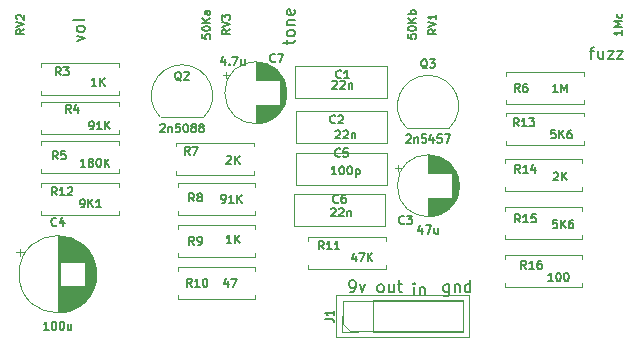
<source format=gbr>
%TF.GenerationSoftware,KiCad,Pcbnew,7.0.11+dfsg-1build4*%
%TF.CreationDate,2025-12-07T17:12:29-05:00*%
%TF.ProjectId,whitefuzz,77686974-6566-4757-9a7a-2e6b69636164,rev?*%
%TF.SameCoordinates,Original*%
%TF.FileFunction,Legend,Top*%
%TF.FilePolarity,Positive*%
%FSLAX46Y46*%
G04 Gerber Fmt 4.6, Leading zero omitted, Abs format (unit mm)*
G04 Created by KiCad (PCBNEW 7.0.11+dfsg-1build4) date 2025-12-07 17:12:29*
%MOMM*%
%LPD*%
G01*
G04 APERTURE LIST*
%ADD10C,0.150000*%
%ADD11C,0.120000*%
%ADD12C,0.050000*%
%ADD13C,0.100000*%
G04 APERTURE END LIST*
D10*
X105781552Y-103847658D02*
X106448219Y-103609563D01*
X106448219Y-103609563D02*
X105781552Y-103371468D01*
X106448219Y-102847658D02*
X106400600Y-102942896D01*
X106400600Y-102942896D02*
X106352980Y-102990515D01*
X106352980Y-102990515D02*
X106257742Y-103038134D01*
X106257742Y-103038134D02*
X105972028Y-103038134D01*
X105972028Y-103038134D02*
X105876790Y-102990515D01*
X105876790Y-102990515D02*
X105829171Y-102942896D01*
X105829171Y-102942896D02*
X105781552Y-102847658D01*
X105781552Y-102847658D02*
X105781552Y-102704801D01*
X105781552Y-102704801D02*
X105829171Y-102609563D01*
X105829171Y-102609563D02*
X105876790Y-102561944D01*
X105876790Y-102561944D02*
X105972028Y-102514325D01*
X105972028Y-102514325D02*
X106257742Y-102514325D01*
X106257742Y-102514325D02*
X106352980Y-102561944D01*
X106352980Y-102561944D02*
X106400600Y-102609563D01*
X106400600Y-102609563D02*
X106448219Y-102704801D01*
X106448219Y-102704801D02*
X106448219Y-102847658D01*
X106448219Y-101942896D02*
X106400600Y-102038134D01*
X106400600Y-102038134D02*
X106305361Y-102085753D01*
X106305361Y-102085753D02*
X105448219Y-102085753D01*
X123561552Y-104098477D02*
X123561552Y-103717525D01*
X123228219Y-103955620D02*
X124085361Y-103955620D01*
X124085361Y-103955620D02*
X124180600Y-103908001D01*
X124180600Y-103908001D02*
X124228219Y-103812763D01*
X124228219Y-103812763D02*
X124228219Y-103717525D01*
X124228219Y-103241334D02*
X124180600Y-103336572D01*
X124180600Y-103336572D02*
X124132980Y-103384191D01*
X124132980Y-103384191D02*
X124037742Y-103431810D01*
X124037742Y-103431810D02*
X123752028Y-103431810D01*
X123752028Y-103431810D02*
X123656790Y-103384191D01*
X123656790Y-103384191D02*
X123609171Y-103336572D01*
X123609171Y-103336572D02*
X123561552Y-103241334D01*
X123561552Y-103241334D02*
X123561552Y-103098477D01*
X123561552Y-103098477D02*
X123609171Y-103003239D01*
X123609171Y-103003239D02*
X123656790Y-102955620D01*
X123656790Y-102955620D02*
X123752028Y-102908001D01*
X123752028Y-102908001D02*
X124037742Y-102908001D01*
X124037742Y-102908001D02*
X124132980Y-102955620D01*
X124132980Y-102955620D02*
X124180600Y-103003239D01*
X124180600Y-103003239D02*
X124228219Y-103098477D01*
X124228219Y-103098477D02*
X124228219Y-103241334D01*
X123561552Y-102479429D02*
X124228219Y-102479429D01*
X123656790Y-102479429D02*
X123609171Y-102431810D01*
X123609171Y-102431810D02*
X123561552Y-102336572D01*
X123561552Y-102336572D02*
X123561552Y-102193715D01*
X123561552Y-102193715D02*
X123609171Y-102098477D01*
X123609171Y-102098477D02*
X123704409Y-102050858D01*
X123704409Y-102050858D02*
X124228219Y-102050858D01*
X124180600Y-101193715D02*
X124228219Y-101288953D01*
X124228219Y-101288953D02*
X124228219Y-101479429D01*
X124228219Y-101479429D02*
X124180600Y-101574667D01*
X124180600Y-101574667D02*
X124085361Y-101622286D01*
X124085361Y-101622286D02*
X123704409Y-101622286D01*
X123704409Y-101622286D02*
X123609171Y-101574667D01*
X123609171Y-101574667D02*
X123561552Y-101479429D01*
X123561552Y-101479429D02*
X123561552Y-101288953D01*
X123561552Y-101288953D02*
X123609171Y-101193715D01*
X123609171Y-101193715D02*
X123704409Y-101146096D01*
X123704409Y-101146096D02*
X123799647Y-101146096D01*
X123799647Y-101146096D02*
X123894885Y-101622286D01*
X149190322Y-104663952D02*
X149571274Y-104663952D01*
X149333179Y-105330619D02*
X149333179Y-104473476D01*
X149333179Y-104473476D02*
X149380798Y-104378238D01*
X149380798Y-104378238D02*
X149476036Y-104330619D01*
X149476036Y-104330619D02*
X149571274Y-104330619D01*
X150333179Y-104663952D02*
X150333179Y-105330619D01*
X149904608Y-104663952D02*
X149904608Y-105187761D01*
X149904608Y-105187761D02*
X149952227Y-105283000D01*
X149952227Y-105283000D02*
X150047465Y-105330619D01*
X150047465Y-105330619D02*
X150190322Y-105330619D01*
X150190322Y-105330619D02*
X150285560Y-105283000D01*
X150285560Y-105283000D02*
X150333179Y-105235380D01*
X150714132Y-104663952D02*
X151237941Y-104663952D01*
X151237941Y-104663952D02*
X150714132Y-105330619D01*
X150714132Y-105330619D02*
X151237941Y-105330619D01*
X151523656Y-104663952D02*
X152047465Y-104663952D01*
X152047465Y-104663952D02*
X151523656Y-105330619D01*
X151523656Y-105330619D02*
X152047465Y-105330619D01*
X137290350Y-124425152D02*
X137290350Y-125234676D01*
X137290350Y-125234676D02*
X137242731Y-125329914D01*
X137242731Y-125329914D02*
X137195112Y-125377533D01*
X137195112Y-125377533D02*
X137099874Y-125425152D01*
X137099874Y-125425152D02*
X136957017Y-125425152D01*
X136957017Y-125425152D02*
X136861779Y-125377533D01*
X137290350Y-125044200D02*
X137195112Y-125091819D01*
X137195112Y-125091819D02*
X137004636Y-125091819D01*
X137004636Y-125091819D02*
X136909398Y-125044200D01*
X136909398Y-125044200D02*
X136861779Y-124996580D01*
X136861779Y-124996580D02*
X136814160Y-124901342D01*
X136814160Y-124901342D02*
X136814160Y-124615628D01*
X136814160Y-124615628D02*
X136861779Y-124520390D01*
X136861779Y-124520390D02*
X136909398Y-124472771D01*
X136909398Y-124472771D02*
X137004636Y-124425152D01*
X137004636Y-124425152D02*
X137195112Y-124425152D01*
X137195112Y-124425152D02*
X137290350Y-124472771D01*
X137766541Y-124425152D02*
X137766541Y-125091819D01*
X137766541Y-124520390D02*
X137814160Y-124472771D01*
X137814160Y-124472771D02*
X137909398Y-124425152D01*
X137909398Y-124425152D02*
X138052255Y-124425152D01*
X138052255Y-124425152D02*
X138147493Y-124472771D01*
X138147493Y-124472771D02*
X138195112Y-124568009D01*
X138195112Y-124568009D02*
X138195112Y-125091819D01*
X139099874Y-125091819D02*
X139099874Y-124091819D01*
X139099874Y-125044200D02*
X139004636Y-125091819D01*
X139004636Y-125091819D02*
X138814160Y-125091819D01*
X138814160Y-125091819D02*
X138718922Y-125044200D01*
X138718922Y-125044200D02*
X138671303Y-124996580D01*
X138671303Y-124996580D02*
X138623684Y-124901342D01*
X138623684Y-124901342D02*
X138623684Y-124615628D01*
X138623684Y-124615628D02*
X138671303Y-124520390D01*
X138671303Y-124520390D02*
X138718922Y-124472771D01*
X138718922Y-124472771D02*
X138814160Y-124425152D01*
X138814160Y-124425152D02*
X139004636Y-124425152D01*
X139004636Y-124425152D02*
X139099874Y-124472771D01*
X134321779Y-125345819D02*
X134321779Y-124679152D01*
X134321779Y-124345819D02*
X134274160Y-124393438D01*
X134274160Y-124393438D02*
X134321779Y-124441057D01*
X134321779Y-124441057D02*
X134369398Y-124393438D01*
X134369398Y-124393438D02*
X134321779Y-124345819D01*
X134321779Y-124345819D02*
X134321779Y-124441057D01*
X134797969Y-124679152D02*
X134797969Y-125345819D01*
X134797969Y-124774390D02*
X134845588Y-124726771D01*
X134845588Y-124726771D02*
X134940826Y-124679152D01*
X134940826Y-124679152D02*
X135083683Y-124679152D01*
X135083683Y-124679152D02*
X135178921Y-124726771D01*
X135178921Y-124726771D02*
X135226540Y-124822009D01*
X135226540Y-124822009D02*
X135226540Y-125345819D01*
X128908398Y-125091819D02*
X129098874Y-125091819D01*
X129098874Y-125091819D02*
X129194112Y-125044200D01*
X129194112Y-125044200D02*
X129241731Y-124996580D01*
X129241731Y-124996580D02*
X129336969Y-124853723D01*
X129336969Y-124853723D02*
X129384588Y-124663247D01*
X129384588Y-124663247D02*
X129384588Y-124282295D01*
X129384588Y-124282295D02*
X129336969Y-124187057D01*
X129336969Y-124187057D02*
X129289350Y-124139438D01*
X129289350Y-124139438D02*
X129194112Y-124091819D01*
X129194112Y-124091819D02*
X129003636Y-124091819D01*
X129003636Y-124091819D02*
X128908398Y-124139438D01*
X128908398Y-124139438D02*
X128860779Y-124187057D01*
X128860779Y-124187057D02*
X128813160Y-124282295D01*
X128813160Y-124282295D02*
X128813160Y-124520390D01*
X128813160Y-124520390D02*
X128860779Y-124615628D01*
X128860779Y-124615628D02*
X128908398Y-124663247D01*
X128908398Y-124663247D02*
X129003636Y-124710866D01*
X129003636Y-124710866D02*
X129194112Y-124710866D01*
X129194112Y-124710866D02*
X129289350Y-124663247D01*
X129289350Y-124663247D02*
X129336969Y-124615628D01*
X129336969Y-124615628D02*
X129384588Y-124520390D01*
X129717922Y-124425152D02*
X129956017Y-125091819D01*
X129956017Y-125091819D02*
X130194112Y-124425152D01*
X131416636Y-125091819D02*
X131321398Y-125044200D01*
X131321398Y-125044200D02*
X131273779Y-124996580D01*
X131273779Y-124996580D02*
X131226160Y-124901342D01*
X131226160Y-124901342D02*
X131226160Y-124615628D01*
X131226160Y-124615628D02*
X131273779Y-124520390D01*
X131273779Y-124520390D02*
X131321398Y-124472771D01*
X131321398Y-124472771D02*
X131416636Y-124425152D01*
X131416636Y-124425152D02*
X131559493Y-124425152D01*
X131559493Y-124425152D02*
X131654731Y-124472771D01*
X131654731Y-124472771D02*
X131702350Y-124520390D01*
X131702350Y-124520390D02*
X131749969Y-124615628D01*
X131749969Y-124615628D02*
X131749969Y-124901342D01*
X131749969Y-124901342D02*
X131702350Y-124996580D01*
X131702350Y-124996580D02*
X131654731Y-125044200D01*
X131654731Y-125044200D02*
X131559493Y-125091819D01*
X131559493Y-125091819D02*
X131416636Y-125091819D01*
X132607112Y-124425152D02*
X132607112Y-125091819D01*
X132178541Y-124425152D02*
X132178541Y-124948961D01*
X132178541Y-124948961D02*
X132226160Y-125044200D01*
X132226160Y-125044200D02*
X132321398Y-125091819D01*
X132321398Y-125091819D02*
X132464255Y-125091819D01*
X132464255Y-125091819D02*
X132559493Y-125044200D01*
X132559493Y-125044200D02*
X132607112Y-124996580D01*
X132940446Y-124425152D02*
X133321398Y-124425152D01*
X133083303Y-124091819D02*
X133083303Y-124948961D01*
X133083303Y-124948961D02*
X133130922Y-125044200D01*
X133130922Y-125044200D02*
X133226160Y-125091819D01*
X133226160Y-125091819D02*
X133321398Y-125091819D01*
X115500999Y-124649033D02*
X115267666Y-124315700D01*
X115100999Y-124649033D02*
X115100999Y-123949033D01*
X115100999Y-123949033D02*
X115367666Y-123949033D01*
X115367666Y-123949033D02*
X115434333Y-123982366D01*
X115434333Y-123982366D02*
X115467666Y-124015700D01*
X115467666Y-124015700D02*
X115500999Y-124082366D01*
X115500999Y-124082366D02*
X115500999Y-124182366D01*
X115500999Y-124182366D02*
X115467666Y-124249033D01*
X115467666Y-124249033D02*
X115434333Y-124282366D01*
X115434333Y-124282366D02*
X115367666Y-124315700D01*
X115367666Y-124315700D02*
X115100999Y-124315700D01*
X116167666Y-124649033D02*
X115767666Y-124649033D01*
X115967666Y-124649033D02*
X115967666Y-123949033D01*
X115967666Y-123949033D02*
X115900999Y-124049033D01*
X115900999Y-124049033D02*
X115834333Y-124115700D01*
X115834333Y-124115700D02*
X115767666Y-124149033D01*
X116601000Y-123949033D02*
X116667666Y-123949033D01*
X116667666Y-123949033D02*
X116734333Y-123982366D01*
X116734333Y-123982366D02*
X116767666Y-124015700D01*
X116767666Y-124015700D02*
X116801000Y-124082366D01*
X116801000Y-124082366D02*
X116834333Y-124215700D01*
X116834333Y-124215700D02*
X116834333Y-124382366D01*
X116834333Y-124382366D02*
X116801000Y-124515700D01*
X116801000Y-124515700D02*
X116767666Y-124582366D01*
X116767666Y-124582366D02*
X116734333Y-124615700D01*
X116734333Y-124615700D02*
X116667666Y-124649033D01*
X116667666Y-124649033D02*
X116601000Y-124649033D01*
X116601000Y-124649033D02*
X116534333Y-124615700D01*
X116534333Y-124615700D02*
X116501000Y-124582366D01*
X116501000Y-124582366D02*
X116467666Y-124515700D01*
X116467666Y-124515700D02*
X116434333Y-124382366D01*
X116434333Y-124382366D02*
X116434333Y-124215700D01*
X116434333Y-124215700D02*
X116467666Y-124082366D01*
X116467666Y-124082366D02*
X116501000Y-124015700D01*
X116501000Y-124015700D02*
X116534333Y-123982366D01*
X116534333Y-123982366D02*
X116601000Y-123949033D01*
X118544999Y-124182366D02*
X118544999Y-124649033D01*
X118378333Y-123915700D02*
X118211666Y-124415700D01*
X118211666Y-124415700D02*
X118644999Y-124415700D01*
X118845000Y-123949033D02*
X119311666Y-123949033D01*
X119311666Y-123949033D02*
X119011666Y-124649033D01*
X115707333Y-121093033D02*
X115474000Y-120759700D01*
X115307333Y-121093033D02*
X115307333Y-120393033D01*
X115307333Y-120393033D02*
X115574000Y-120393033D01*
X115574000Y-120393033D02*
X115640667Y-120426366D01*
X115640667Y-120426366D02*
X115674000Y-120459700D01*
X115674000Y-120459700D02*
X115707333Y-120526366D01*
X115707333Y-120526366D02*
X115707333Y-120626366D01*
X115707333Y-120626366D02*
X115674000Y-120693033D01*
X115674000Y-120693033D02*
X115640667Y-120726366D01*
X115640667Y-120726366D02*
X115574000Y-120759700D01*
X115574000Y-120759700D02*
X115307333Y-120759700D01*
X116040667Y-121093033D02*
X116174000Y-121093033D01*
X116174000Y-121093033D02*
X116240667Y-121059700D01*
X116240667Y-121059700D02*
X116274000Y-121026366D01*
X116274000Y-121026366D02*
X116340667Y-120926366D01*
X116340667Y-120926366D02*
X116374000Y-120793033D01*
X116374000Y-120793033D02*
X116374000Y-120526366D01*
X116374000Y-120526366D02*
X116340667Y-120459700D01*
X116340667Y-120459700D02*
X116307333Y-120426366D01*
X116307333Y-120426366D02*
X116240667Y-120393033D01*
X116240667Y-120393033D02*
X116107333Y-120393033D01*
X116107333Y-120393033D02*
X116040667Y-120426366D01*
X116040667Y-120426366D02*
X116007333Y-120459700D01*
X116007333Y-120459700D02*
X115974000Y-120526366D01*
X115974000Y-120526366D02*
X115974000Y-120693033D01*
X115974000Y-120693033D02*
X116007333Y-120759700D01*
X116007333Y-120759700D02*
X116040667Y-120793033D01*
X116040667Y-120793033D02*
X116107333Y-120826366D01*
X116107333Y-120826366D02*
X116240667Y-120826366D01*
X116240667Y-120826366D02*
X116307333Y-120793033D01*
X116307333Y-120793033D02*
X116340667Y-120759700D01*
X116340667Y-120759700D02*
X116374000Y-120693033D01*
X118849000Y-120966033D02*
X118449000Y-120966033D01*
X118649000Y-120966033D02*
X118649000Y-120266033D01*
X118649000Y-120266033D02*
X118582333Y-120366033D01*
X118582333Y-120366033D02*
X118515667Y-120432700D01*
X118515667Y-120432700D02*
X118449000Y-120466033D01*
X119149000Y-120966033D02*
X119149000Y-120266033D01*
X119549000Y-120966033D02*
X119249000Y-120566033D01*
X119549000Y-120266033D02*
X119149000Y-120666033D01*
X136226033Y-102850266D02*
X135892700Y-103083599D01*
X136226033Y-103250266D02*
X135526033Y-103250266D01*
X135526033Y-103250266D02*
X135526033Y-102983599D01*
X135526033Y-102983599D02*
X135559366Y-102916933D01*
X135559366Y-102916933D02*
X135592700Y-102883599D01*
X135592700Y-102883599D02*
X135659366Y-102850266D01*
X135659366Y-102850266D02*
X135759366Y-102850266D01*
X135759366Y-102850266D02*
X135826033Y-102883599D01*
X135826033Y-102883599D02*
X135859366Y-102916933D01*
X135859366Y-102916933D02*
X135892700Y-102983599D01*
X135892700Y-102983599D02*
X135892700Y-103250266D01*
X135526033Y-102650266D02*
X136226033Y-102416933D01*
X136226033Y-102416933D02*
X135526033Y-102183599D01*
X136226033Y-101583599D02*
X136226033Y-101983599D01*
X136226033Y-101783599D02*
X135526033Y-101783599D01*
X135526033Y-101783599D02*
X135626033Y-101850266D01*
X135626033Y-101850266D02*
X135692700Y-101916933D01*
X135692700Y-101916933D02*
X135726033Y-101983599D01*
X151974033Y-102933599D02*
X151974033Y-103333599D01*
X151974033Y-103133599D02*
X151274033Y-103133599D01*
X151274033Y-103133599D02*
X151374033Y-103200266D01*
X151374033Y-103200266D02*
X151440700Y-103266933D01*
X151440700Y-103266933D02*
X151474033Y-103333599D01*
X151974033Y-102633599D02*
X151274033Y-102633599D01*
X151274033Y-102633599D02*
X151774033Y-102400266D01*
X151774033Y-102400266D02*
X151274033Y-102166932D01*
X151274033Y-102166932D02*
X151974033Y-102166932D01*
X151940700Y-101533599D02*
X151974033Y-101600266D01*
X151974033Y-101600266D02*
X151974033Y-101733599D01*
X151974033Y-101733599D02*
X151940700Y-101800266D01*
X151940700Y-101800266D02*
X151907366Y-101833599D01*
X151907366Y-101833599D02*
X151840700Y-101866932D01*
X151840700Y-101866932D02*
X151640700Y-101866932D01*
X151640700Y-101866932D02*
X151574033Y-101833599D01*
X151574033Y-101833599D02*
X151540700Y-101800266D01*
X151540700Y-101800266D02*
X151507366Y-101733599D01*
X151507366Y-101733599D02*
X151507366Y-101600266D01*
X151507366Y-101600266D02*
X151540700Y-101533599D01*
X143186999Y-111060033D02*
X142953666Y-110726700D01*
X142786999Y-111060033D02*
X142786999Y-110360033D01*
X142786999Y-110360033D02*
X143053666Y-110360033D01*
X143053666Y-110360033D02*
X143120333Y-110393366D01*
X143120333Y-110393366D02*
X143153666Y-110426700D01*
X143153666Y-110426700D02*
X143186999Y-110493366D01*
X143186999Y-110493366D02*
X143186999Y-110593366D01*
X143186999Y-110593366D02*
X143153666Y-110660033D01*
X143153666Y-110660033D02*
X143120333Y-110693366D01*
X143120333Y-110693366D02*
X143053666Y-110726700D01*
X143053666Y-110726700D02*
X142786999Y-110726700D01*
X143853666Y-111060033D02*
X143453666Y-111060033D01*
X143653666Y-111060033D02*
X143653666Y-110360033D01*
X143653666Y-110360033D02*
X143586999Y-110460033D01*
X143586999Y-110460033D02*
X143520333Y-110526700D01*
X143520333Y-110526700D02*
X143453666Y-110560033D01*
X144087000Y-110360033D02*
X144520333Y-110360033D01*
X144520333Y-110360033D02*
X144287000Y-110626700D01*
X144287000Y-110626700D02*
X144387000Y-110626700D01*
X144387000Y-110626700D02*
X144453666Y-110660033D01*
X144453666Y-110660033D02*
X144487000Y-110693366D01*
X144487000Y-110693366D02*
X144520333Y-110760033D01*
X144520333Y-110760033D02*
X144520333Y-110926700D01*
X144520333Y-110926700D02*
X144487000Y-110993366D01*
X144487000Y-110993366D02*
X144453666Y-111026700D01*
X144453666Y-111026700D02*
X144387000Y-111060033D01*
X144387000Y-111060033D02*
X144187000Y-111060033D01*
X144187000Y-111060033D02*
X144120333Y-111026700D01*
X144120333Y-111026700D02*
X144087000Y-110993366D01*
X146295333Y-111376033D02*
X145961999Y-111376033D01*
X145961999Y-111376033D02*
X145928666Y-111709366D01*
X145928666Y-111709366D02*
X145961999Y-111676033D01*
X145961999Y-111676033D02*
X146028666Y-111642700D01*
X146028666Y-111642700D02*
X146195333Y-111642700D01*
X146195333Y-111642700D02*
X146261999Y-111676033D01*
X146261999Y-111676033D02*
X146295333Y-111709366D01*
X146295333Y-111709366D02*
X146328666Y-111776033D01*
X146328666Y-111776033D02*
X146328666Y-111942700D01*
X146328666Y-111942700D02*
X146295333Y-112009366D01*
X146295333Y-112009366D02*
X146261999Y-112042700D01*
X146261999Y-112042700D02*
X146195333Y-112076033D01*
X146195333Y-112076033D02*
X146028666Y-112076033D01*
X146028666Y-112076033D02*
X145961999Y-112042700D01*
X145961999Y-112042700D02*
X145928666Y-112009366D01*
X146628666Y-112076033D02*
X146628666Y-111376033D01*
X147028666Y-112076033D02*
X146728666Y-111676033D01*
X147028666Y-111376033D02*
X146628666Y-111776033D01*
X147628666Y-111376033D02*
X147495333Y-111376033D01*
X147495333Y-111376033D02*
X147428666Y-111409366D01*
X147428666Y-111409366D02*
X147395333Y-111442700D01*
X147395333Y-111442700D02*
X147328666Y-111542700D01*
X147328666Y-111542700D02*
X147295333Y-111676033D01*
X147295333Y-111676033D02*
X147295333Y-111942700D01*
X147295333Y-111942700D02*
X147328666Y-112009366D01*
X147328666Y-112009366D02*
X147362000Y-112042700D01*
X147362000Y-112042700D02*
X147428666Y-112076033D01*
X147428666Y-112076033D02*
X147562000Y-112076033D01*
X147562000Y-112076033D02*
X147628666Y-112042700D01*
X147628666Y-112042700D02*
X147662000Y-112009366D01*
X147662000Y-112009366D02*
X147695333Y-111942700D01*
X147695333Y-111942700D02*
X147695333Y-111776033D01*
X147695333Y-111776033D02*
X147662000Y-111709366D01*
X147662000Y-111709366D02*
X147628666Y-111676033D01*
X147628666Y-111676033D02*
X147562000Y-111642700D01*
X147562000Y-111642700D02*
X147428666Y-111642700D01*
X147428666Y-111642700D02*
X147362000Y-111676033D01*
X147362000Y-111676033D02*
X147328666Y-111709366D01*
X147328666Y-111709366D02*
X147295333Y-111776033D01*
X128153333Y-106929366D02*
X128120000Y-106962700D01*
X128120000Y-106962700D02*
X128020000Y-106996033D01*
X128020000Y-106996033D02*
X127953333Y-106996033D01*
X127953333Y-106996033D02*
X127853333Y-106962700D01*
X127853333Y-106962700D02*
X127786667Y-106896033D01*
X127786667Y-106896033D02*
X127753333Y-106829366D01*
X127753333Y-106829366D02*
X127720000Y-106696033D01*
X127720000Y-106696033D02*
X127720000Y-106596033D01*
X127720000Y-106596033D02*
X127753333Y-106462700D01*
X127753333Y-106462700D02*
X127786667Y-106396033D01*
X127786667Y-106396033D02*
X127853333Y-106329366D01*
X127853333Y-106329366D02*
X127953333Y-106296033D01*
X127953333Y-106296033D02*
X128020000Y-106296033D01*
X128020000Y-106296033D02*
X128120000Y-106329366D01*
X128120000Y-106329366D02*
X128153333Y-106362700D01*
X128820000Y-106996033D02*
X128420000Y-106996033D01*
X128620000Y-106996033D02*
X128620000Y-106296033D01*
X128620000Y-106296033D02*
X128553333Y-106396033D01*
X128553333Y-106396033D02*
X128486667Y-106462700D01*
X128486667Y-106462700D02*
X128420000Y-106496033D01*
X127420000Y-107251700D02*
X127453333Y-107218366D01*
X127453333Y-107218366D02*
X127520000Y-107185033D01*
X127520000Y-107185033D02*
X127686667Y-107185033D01*
X127686667Y-107185033D02*
X127753333Y-107218366D01*
X127753333Y-107218366D02*
X127786667Y-107251700D01*
X127786667Y-107251700D02*
X127820000Y-107318366D01*
X127820000Y-107318366D02*
X127820000Y-107385033D01*
X127820000Y-107385033D02*
X127786667Y-107485033D01*
X127786667Y-107485033D02*
X127386667Y-107885033D01*
X127386667Y-107885033D02*
X127820000Y-107885033D01*
X128086667Y-107251700D02*
X128120000Y-107218366D01*
X128120000Y-107218366D02*
X128186667Y-107185033D01*
X128186667Y-107185033D02*
X128353334Y-107185033D01*
X128353334Y-107185033D02*
X128420000Y-107218366D01*
X128420000Y-107218366D02*
X128453334Y-107251700D01*
X128453334Y-107251700D02*
X128486667Y-107318366D01*
X128486667Y-107318366D02*
X128486667Y-107385033D01*
X128486667Y-107385033D02*
X128453334Y-107485033D01*
X128453334Y-107485033D02*
X128053334Y-107885033D01*
X128053334Y-107885033D02*
X128486667Y-107885033D01*
X128786667Y-107418366D02*
X128786667Y-107885033D01*
X128786667Y-107485033D02*
X128820001Y-107451700D01*
X128820001Y-107451700D02*
X128886667Y-107418366D01*
X128886667Y-107418366D02*
X128986667Y-107418366D01*
X128986667Y-107418366D02*
X129053334Y-107451700D01*
X129053334Y-107451700D02*
X129086667Y-107518366D01*
X129086667Y-107518366D02*
X129086667Y-107885033D01*
X104070999Y-116902033D02*
X103837666Y-116568700D01*
X103670999Y-116902033D02*
X103670999Y-116202033D01*
X103670999Y-116202033D02*
X103937666Y-116202033D01*
X103937666Y-116202033D02*
X104004333Y-116235366D01*
X104004333Y-116235366D02*
X104037666Y-116268700D01*
X104037666Y-116268700D02*
X104070999Y-116335366D01*
X104070999Y-116335366D02*
X104070999Y-116435366D01*
X104070999Y-116435366D02*
X104037666Y-116502033D01*
X104037666Y-116502033D02*
X104004333Y-116535366D01*
X104004333Y-116535366D02*
X103937666Y-116568700D01*
X103937666Y-116568700D02*
X103670999Y-116568700D01*
X104737666Y-116902033D02*
X104337666Y-116902033D01*
X104537666Y-116902033D02*
X104537666Y-116202033D01*
X104537666Y-116202033D02*
X104470999Y-116302033D01*
X104470999Y-116302033D02*
X104404333Y-116368700D01*
X104404333Y-116368700D02*
X104337666Y-116402033D01*
X105004333Y-116268700D02*
X105037666Y-116235366D01*
X105037666Y-116235366D02*
X105104333Y-116202033D01*
X105104333Y-116202033D02*
X105271000Y-116202033D01*
X105271000Y-116202033D02*
X105337666Y-116235366D01*
X105337666Y-116235366D02*
X105371000Y-116268700D01*
X105371000Y-116268700D02*
X105404333Y-116335366D01*
X105404333Y-116335366D02*
X105404333Y-116402033D01*
X105404333Y-116402033D02*
X105371000Y-116502033D01*
X105371000Y-116502033D02*
X104971000Y-116902033D01*
X104971000Y-116902033D02*
X105404333Y-116902033D01*
X106117333Y-117918033D02*
X106250666Y-117918033D01*
X106250666Y-117918033D02*
X106317333Y-117884700D01*
X106317333Y-117884700D02*
X106350666Y-117851366D01*
X106350666Y-117851366D02*
X106417333Y-117751366D01*
X106417333Y-117751366D02*
X106450666Y-117618033D01*
X106450666Y-117618033D02*
X106450666Y-117351366D01*
X106450666Y-117351366D02*
X106417333Y-117284700D01*
X106417333Y-117284700D02*
X106383999Y-117251366D01*
X106383999Y-117251366D02*
X106317333Y-117218033D01*
X106317333Y-117218033D02*
X106183999Y-117218033D01*
X106183999Y-117218033D02*
X106117333Y-117251366D01*
X106117333Y-117251366D02*
X106083999Y-117284700D01*
X106083999Y-117284700D02*
X106050666Y-117351366D01*
X106050666Y-117351366D02*
X106050666Y-117518033D01*
X106050666Y-117518033D02*
X106083999Y-117584700D01*
X106083999Y-117584700D02*
X106117333Y-117618033D01*
X106117333Y-117618033D02*
X106183999Y-117651366D01*
X106183999Y-117651366D02*
X106317333Y-117651366D01*
X106317333Y-117651366D02*
X106383999Y-117618033D01*
X106383999Y-117618033D02*
X106417333Y-117584700D01*
X106417333Y-117584700D02*
X106450666Y-117518033D01*
X106750666Y-117918033D02*
X106750666Y-117218033D01*
X107150666Y-117918033D02*
X106850666Y-117518033D01*
X107150666Y-117218033D02*
X106750666Y-117618033D01*
X107817333Y-117918033D02*
X107417333Y-117918033D01*
X107617333Y-117918033D02*
X107617333Y-117218033D01*
X107617333Y-117218033D02*
X107550666Y-117318033D01*
X107550666Y-117318033D02*
X107484000Y-117384700D01*
X107484000Y-117384700D02*
X107417333Y-117418033D01*
X126826033Y-127360333D02*
X127326033Y-127360333D01*
X127326033Y-127360333D02*
X127426033Y-127393666D01*
X127426033Y-127393666D02*
X127492700Y-127460333D01*
X127492700Y-127460333D02*
X127526033Y-127560333D01*
X127526033Y-127560333D02*
X127526033Y-127627000D01*
X127526033Y-126660333D02*
X127526033Y-127060333D01*
X127526033Y-126860333D02*
X126826033Y-126860333D01*
X126826033Y-126860333D02*
X126926033Y-126927000D01*
X126926033Y-126927000D02*
X126992700Y-126993667D01*
X126992700Y-126993667D02*
X127026033Y-127060333D01*
X127645333Y-110739366D02*
X127612000Y-110772700D01*
X127612000Y-110772700D02*
X127512000Y-110806033D01*
X127512000Y-110806033D02*
X127445333Y-110806033D01*
X127445333Y-110806033D02*
X127345333Y-110772700D01*
X127345333Y-110772700D02*
X127278667Y-110706033D01*
X127278667Y-110706033D02*
X127245333Y-110639366D01*
X127245333Y-110639366D02*
X127212000Y-110506033D01*
X127212000Y-110506033D02*
X127212000Y-110406033D01*
X127212000Y-110406033D02*
X127245333Y-110272700D01*
X127245333Y-110272700D02*
X127278667Y-110206033D01*
X127278667Y-110206033D02*
X127345333Y-110139366D01*
X127345333Y-110139366D02*
X127445333Y-110106033D01*
X127445333Y-110106033D02*
X127512000Y-110106033D01*
X127512000Y-110106033D02*
X127612000Y-110139366D01*
X127612000Y-110139366D02*
X127645333Y-110172700D01*
X127912000Y-110172700D02*
X127945333Y-110139366D01*
X127945333Y-110139366D02*
X128012000Y-110106033D01*
X128012000Y-110106033D02*
X128178667Y-110106033D01*
X128178667Y-110106033D02*
X128245333Y-110139366D01*
X128245333Y-110139366D02*
X128278667Y-110172700D01*
X128278667Y-110172700D02*
X128312000Y-110239366D01*
X128312000Y-110239366D02*
X128312000Y-110306033D01*
X128312000Y-110306033D02*
X128278667Y-110406033D01*
X128278667Y-110406033D02*
X127878667Y-110806033D01*
X127878667Y-110806033D02*
X128312000Y-110806033D01*
X127674000Y-111442700D02*
X127707333Y-111409366D01*
X127707333Y-111409366D02*
X127774000Y-111376033D01*
X127774000Y-111376033D02*
X127940667Y-111376033D01*
X127940667Y-111376033D02*
X128007333Y-111409366D01*
X128007333Y-111409366D02*
X128040667Y-111442700D01*
X128040667Y-111442700D02*
X128074000Y-111509366D01*
X128074000Y-111509366D02*
X128074000Y-111576033D01*
X128074000Y-111576033D02*
X128040667Y-111676033D01*
X128040667Y-111676033D02*
X127640667Y-112076033D01*
X127640667Y-112076033D02*
X128074000Y-112076033D01*
X128340667Y-111442700D02*
X128374000Y-111409366D01*
X128374000Y-111409366D02*
X128440667Y-111376033D01*
X128440667Y-111376033D02*
X128607334Y-111376033D01*
X128607334Y-111376033D02*
X128674000Y-111409366D01*
X128674000Y-111409366D02*
X128707334Y-111442700D01*
X128707334Y-111442700D02*
X128740667Y-111509366D01*
X128740667Y-111509366D02*
X128740667Y-111576033D01*
X128740667Y-111576033D02*
X128707334Y-111676033D01*
X128707334Y-111676033D02*
X128307334Y-112076033D01*
X128307334Y-112076033D02*
X128740667Y-112076033D01*
X129040667Y-111609366D02*
X129040667Y-112076033D01*
X129040667Y-111676033D02*
X129074001Y-111642700D01*
X129074001Y-111642700D02*
X129140667Y-111609366D01*
X129140667Y-111609366D02*
X129240667Y-111609366D01*
X129240667Y-111609366D02*
X129307334Y-111642700D01*
X129307334Y-111642700D02*
X129340667Y-111709366D01*
X129340667Y-111709366D02*
X129340667Y-112076033D01*
X127899333Y-117470366D02*
X127866000Y-117503700D01*
X127866000Y-117503700D02*
X127766000Y-117537033D01*
X127766000Y-117537033D02*
X127699333Y-117537033D01*
X127699333Y-117537033D02*
X127599333Y-117503700D01*
X127599333Y-117503700D02*
X127532667Y-117437033D01*
X127532667Y-117437033D02*
X127499333Y-117370366D01*
X127499333Y-117370366D02*
X127466000Y-117237033D01*
X127466000Y-117237033D02*
X127466000Y-117137033D01*
X127466000Y-117137033D02*
X127499333Y-117003700D01*
X127499333Y-117003700D02*
X127532667Y-116937033D01*
X127532667Y-116937033D02*
X127599333Y-116870366D01*
X127599333Y-116870366D02*
X127699333Y-116837033D01*
X127699333Y-116837033D02*
X127766000Y-116837033D01*
X127766000Y-116837033D02*
X127866000Y-116870366D01*
X127866000Y-116870366D02*
X127899333Y-116903700D01*
X128499333Y-116837033D02*
X128366000Y-116837033D01*
X128366000Y-116837033D02*
X128299333Y-116870366D01*
X128299333Y-116870366D02*
X128266000Y-116903700D01*
X128266000Y-116903700D02*
X128199333Y-117003700D01*
X128199333Y-117003700D02*
X128166000Y-117137033D01*
X128166000Y-117137033D02*
X128166000Y-117403700D01*
X128166000Y-117403700D02*
X128199333Y-117470366D01*
X128199333Y-117470366D02*
X128232667Y-117503700D01*
X128232667Y-117503700D02*
X128299333Y-117537033D01*
X128299333Y-117537033D02*
X128432667Y-117537033D01*
X128432667Y-117537033D02*
X128499333Y-117503700D01*
X128499333Y-117503700D02*
X128532667Y-117470366D01*
X128532667Y-117470366D02*
X128566000Y-117403700D01*
X128566000Y-117403700D02*
X128566000Y-117237033D01*
X128566000Y-117237033D02*
X128532667Y-117170366D01*
X128532667Y-117170366D02*
X128499333Y-117137033D01*
X128499333Y-117137033D02*
X128432667Y-117103700D01*
X128432667Y-117103700D02*
X128299333Y-117103700D01*
X128299333Y-117103700D02*
X128232667Y-117137033D01*
X128232667Y-117137033D02*
X128199333Y-117170366D01*
X128199333Y-117170366D02*
X128166000Y-117237033D01*
X127293000Y-118046700D02*
X127326333Y-118013366D01*
X127326333Y-118013366D02*
X127393000Y-117980033D01*
X127393000Y-117980033D02*
X127559667Y-117980033D01*
X127559667Y-117980033D02*
X127626333Y-118013366D01*
X127626333Y-118013366D02*
X127659667Y-118046700D01*
X127659667Y-118046700D02*
X127693000Y-118113366D01*
X127693000Y-118113366D02*
X127693000Y-118180033D01*
X127693000Y-118180033D02*
X127659667Y-118280033D01*
X127659667Y-118280033D02*
X127259667Y-118680033D01*
X127259667Y-118680033D02*
X127693000Y-118680033D01*
X127959667Y-118046700D02*
X127993000Y-118013366D01*
X127993000Y-118013366D02*
X128059667Y-117980033D01*
X128059667Y-117980033D02*
X128226334Y-117980033D01*
X128226334Y-117980033D02*
X128293000Y-118013366D01*
X128293000Y-118013366D02*
X128326334Y-118046700D01*
X128326334Y-118046700D02*
X128359667Y-118113366D01*
X128359667Y-118113366D02*
X128359667Y-118180033D01*
X128359667Y-118180033D02*
X128326334Y-118280033D01*
X128326334Y-118280033D02*
X127926334Y-118680033D01*
X127926334Y-118680033D02*
X128359667Y-118680033D01*
X128659667Y-118213366D02*
X128659667Y-118680033D01*
X128659667Y-118280033D02*
X128693001Y-118246700D01*
X128693001Y-118246700D02*
X128759667Y-118213366D01*
X128759667Y-118213366D02*
X128859667Y-118213366D01*
X128859667Y-118213366D02*
X128926334Y-118246700D01*
X128926334Y-118246700D02*
X128959667Y-118313366D01*
X128959667Y-118313366D02*
X128959667Y-118680033D01*
X104043333Y-119420366D02*
X104010000Y-119453700D01*
X104010000Y-119453700D02*
X103910000Y-119487033D01*
X103910000Y-119487033D02*
X103843333Y-119487033D01*
X103843333Y-119487033D02*
X103743333Y-119453700D01*
X103743333Y-119453700D02*
X103676667Y-119387033D01*
X103676667Y-119387033D02*
X103643333Y-119320366D01*
X103643333Y-119320366D02*
X103610000Y-119187033D01*
X103610000Y-119187033D02*
X103610000Y-119087033D01*
X103610000Y-119087033D02*
X103643333Y-118953700D01*
X103643333Y-118953700D02*
X103676667Y-118887033D01*
X103676667Y-118887033D02*
X103743333Y-118820366D01*
X103743333Y-118820366D02*
X103843333Y-118787033D01*
X103843333Y-118787033D02*
X103910000Y-118787033D01*
X103910000Y-118787033D02*
X104010000Y-118820366D01*
X104010000Y-118820366D02*
X104043333Y-118853700D01*
X104643333Y-119020366D02*
X104643333Y-119487033D01*
X104476667Y-118753700D02*
X104310000Y-119253700D01*
X104310000Y-119253700D02*
X104743333Y-119253700D01*
X103376666Y-128287033D02*
X102976666Y-128287033D01*
X103176666Y-128287033D02*
X103176666Y-127587033D01*
X103176666Y-127587033D02*
X103109999Y-127687033D01*
X103109999Y-127687033D02*
X103043333Y-127753700D01*
X103043333Y-127753700D02*
X102976666Y-127787033D01*
X103810000Y-127587033D02*
X103876666Y-127587033D01*
X103876666Y-127587033D02*
X103943333Y-127620366D01*
X103943333Y-127620366D02*
X103976666Y-127653700D01*
X103976666Y-127653700D02*
X104010000Y-127720366D01*
X104010000Y-127720366D02*
X104043333Y-127853700D01*
X104043333Y-127853700D02*
X104043333Y-128020366D01*
X104043333Y-128020366D02*
X104010000Y-128153700D01*
X104010000Y-128153700D02*
X103976666Y-128220366D01*
X103976666Y-128220366D02*
X103943333Y-128253700D01*
X103943333Y-128253700D02*
X103876666Y-128287033D01*
X103876666Y-128287033D02*
X103810000Y-128287033D01*
X103810000Y-128287033D02*
X103743333Y-128253700D01*
X103743333Y-128253700D02*
X103710000Y-128220366D01*
X103710000Y-128220366D02*
X103676666Y-128153700D01*
X103676666Y-128153700D02*
X103643333Y-128020366D01*
X103643333Y-128020366D02*
X103643333Y-127853700D01*
X103643333Y-127853700D02*
X103676666Y-127720366D01*
X103676666Y-127720366D02*
X103710000Y-127653700D01*
X103710000Y-127653700D02*
X103743333Y-127620366D01*
X103743333Y-127620366D02*
X103810000Y-127587033D01*
X104476667Y-127587033D02*
X104543333Y-127587033D01*
X104543333Y-127587033D02*
X104610000Y-127620366D01*
X104610000Y-127620366D02*
X104643333Y-127653700D01*
X104643333Y-127653700D02*
X104676667Y-127720366D01*
X104676667Y-127720366D02*
X104710000Y-127853700D01*
X104710000Y-127853700D02*
X104710000Y-128020366D01*
X104710000Y-128020366D02*
X104676667Y-128153700D01*
X104676667Y-128153700D02*
X104643333Y-128220366D01*
X104643333Y-128220366D02*
X104610000Y-128253700D01*
X104610000Y-128253700D02*
X104543333Y-128287033D01*
X104543333Y-128287033D02*
X104476667Y-128287033D01*
X104476667Y-128287033D02*
X104410000Y-128253700D01*
X104410000Y-128253700D02*
X104376667Y-128220366D01*
X104376667Y-128220366D02*
X104343333Y-128153700D01*
X104343333Y-128153700D02*
X104310000Y-128020366D01*
X104310000Y-128020366D02*
X104310000Y-127853700D01*
X104310000Y-127853700D02*
X104343333Y-127720366D01*
X104343333Y-127720366D02*
X104376667Y-127653700D01*
X104376667Y-127653700D02*
X104410000Y-127620366D01*
X104410000Y-127620366D02*
X104476667Y-127587033D01*
X105310000Y-127820366D02*
X105310000Y-128287033D01*
X105010000Y-127820366D02*
X105010000Y-128187033D01*
X105010000Y-128187033D02*
X105043334Y-128253700D01*
X105043334Y-128253700D02*
X105110000Y-128287033D01*
X105110000Y-128287033D02*
X105210000Y-128287033D01*
X105210000Y-128287033D02*
X105276667Y-128253700D01*
X105276667Y-128253700D02*
X105310000Y-128220366D01*
X115707333Y-117410033D02*
X115474000Y-117076700D01*
X115307333Y-117410033D02*
X115307333Y-116710033D01*
X115307333Y-116710033D02*
X115574000Y-116710033D01*
X115574000Y-116710033D02*
X115640667Y-116743366D01*
X115640667Y-116743366D02*
X115674000Y-116776700D01*
X115674000Y-116776700D02*
X115707333Y-116843366D01*
X115707333Y-116843366D02*
X115707333Y-116943366D01*
X115707333Y-116943366D02*
X115674000Y-117010033D01*
X115674000Y-117010033D02*
X115640667Y-117043366D01*
X115640667Y-117043366D02*
X115574000Y-117076700D01*
X115574000Y-117076700D02*
X115307333Y-117076700D01*
X116107333Y-117010033D02*
X116040667Y-116976700D01*
X116040667Y-116976700D02*
X116007333Y-116943366D01*
X116007333Y-116943366D02*
X115974000Y-116876700D01*
X115974000Y-116876700D02*
X115974000Y-116843366D01*
X115974000Y-116843366D02*
X116007333Y-116776700D01*
X116007333Y-116776700D02*
X116040667Y-116743366D01*
X116040667Y-116743366D02*
X116107333Y-116710033D01*
X116107333Y-116710033D02*
X116240667Y-116710033D01*
X116240667Y-116710033D02*
X116307333Y-116743366D01*
X116307333Y-116743366D02*
X116340667Y-116776700D01*
X116340667Y-116776700D02*
X116374000Y-116843366D01*
X116374000Y-116843366D02*
X116374000Y-116876700D01*
X116374000Y-116876700D02*
X116340667Y-116943366D01*
X116340667Y-116943366D02*
X116307333Y-116976700D01*
X116307333Y-116976700D02*
X116240667Y-117010033D01*
X116240667Y-117010033D02*
X116107333Y-117010033D01*
X116107333Y-117010033D02*
X116040667Y-117043366D01*
X116040667Y-117043366D02*
X116007333Y-117076700D01*
X116007333Y-117076700D02*
X115974000Y-117143366D01*
X115974000Y-117143366D02*
X115974000Y-117276700D01*
X115974000Y-117276700D02*
X116007333Y-117343366D01*
X116007333Y-117343366D02*
X116040667Y-117376700D01*
X116040667Y-117376700D02*
X116107333Y-117410033D01*
X116107333Y-117410033D02*
X116240667Y-117410033D01*
X116240667Y-117410033D02*
X116307333Y-117376700D01*
X116307333Y-117376700D02*
X116340667Y-117343366D01*
X116340667Y-117343366D02*
X116374000Y-117276700D01*
X116374000Y-117276700D02*
X116374000Y-117143366D01*
X116374000Y-117143366D02*
X116340667Y-117076700D01*
X116340667Y-117076700D02*
X116307333Y-117043366D01*
X116307333Y-117043366D02*
X116240667Y-117010033D01*
X118055333Y-117537033D02*
X118188666Y-117537033D01*
X118188666Y-117537033D02*
X118255333Y-117503700D01*
X118255333Y-117503700D02*
X118288666Y-117470366D01*
X118288666Y-117470366D02*
X118355333Y-117370366D01*
X118355333Y-117370366D02*
X118388666Y-117237033D01*
X118388666Y-117237033D02*
X118388666Y-116970366D01*
X118388666Y-116970366D02*
X118355333Y-116903700D01*
X118355333Y-116903700D02*
X118321999Y-116870366D01*
X118321999Y-116870366D02*
X118255333Y-116837033D01*
X118255333Y-116837033D02*
X118121999Y-116837033D01*
X118121999Y-116837033D02*
X118055333Y-116870366D01*
X118055333Y-116870366D02*
X118021999Y-116903700D01*
X118021999Y-116903700D02*
X117988666Y-116970366D01*
X117988666Y-116970366D02*
X117988666Y-117137033D01*
X117988666Y-117137033D02*
X118021999Y-117203700D01*
X118021999Y-117203700D02*
X118055333Y-117237033D01*
X118055333Y-117237033D02*
X118121999Y-117270366D01*
X118121999Y-117270366D02*
X118255333Y-117270366D01*
X118255333Y-117270366D02*
X118321999Y-117237033D01*
X118321999Y-117237033D02*
X118355333Y-117203700D01*
X118355333Y-117203700D02*
X118388666Y-117137033D01*
X119055333Y-117537033D02*
X118655333Y-117537033D01*
X118855333Y-117537033D02*
X118855333Y-116837033D01*
X118855333Y-116837033D02*
X118788666Y-116937033D01*
X118788666Y-116937033D02*
X118722000Y-117003700D01*
X118722000Y-117003700D02*
X118655333Y-117037033D01*
X119355333Y-117537033D02*
X119355333Y-116837033D01*
X119755333Y-117537033D02*
X119455333Y-117137033D01*
X119755333Y-116837033D02*
X119355333Y-117237033D01*
X143266333Y-108139033D02*
X143033000Y-107805700D01*
X142866333Y-108139033D02*
X142866333Y-107439033D01*
X142866333Y-107439033D02*
X143133000Y-107439033D01*
X143133000Y-107439033D02*
X143199667Y-107472366D01*
X143199667Y-107472366D02*
X143233000Y-107505700D01*
X143233000Y-107505700D02*
X143266333Y-107572366D01*
X143266333Y-107572366D02*
X143266333Y-107672366D01*
X143266333Y-107672366D02*
X143233000Y-107739033D01*
X143233000Y-107739033D02*
X143199667Y-107772366D01*
X143199667Y-107772366D02*
X143133000Y-107805700D01*
X143133000Y-107805700D02*
X142866333Y-107805700D01*
X143866333Y-107439033D02*
X143733000Y-107439033D01*
X143733000Y-107439033D02*
X143666333Y-107472366D01*
X143666333Y-107472366D02*
X143633000Y-107505700D01*
X143633000Y-107505700D02*
X143566333Y-107605700D01*
X143566333Y-107605700D02*
X143533000Y-107739033D01*
X143533000Y-107739033D02*
X143533000Y-108005700D01*
X143533000Y-108005700D02*
X143566333Y-108072366D01*
X143566333Y-108072366D02*
X143599667Y-108105700D01*
X143599667Y-108105700D02*
X143666333Y-108139033D01*
X143666333Y-108139033D02*
X143799667Y-108139033D01*
X143799667Y-108139033D02*
X143866333Y-108105700D01*
X143866333Y-108105700D02*
X143899667Y-108072366D01*
X143899667Y-108072366D02*
X143933000Y-108005700D01*
X143933000Y-108005700D02*
X143933000Y-107839033D01*
X143933000Y-107839033D02*
X143899667Y-107772366D01*
X143899667Y-107772366D02*
X143866333Y-107739033D01*
X143866333Y-107739033D02*
X143799667Y-107705700D01*
X143799667Y-107705700D02*
X143666333Y-107705700D01*
X143666333Y-107705700D02*
X143599667Y-107739033D01*
X143599667Y-107739033D02*
X143566333Y-107772366D01*
X143566333Y-107772366D02*
X143533000Y-107839033D01*
X146485000Y-108139033D02*
X146085000Y-108139033D01*
X146285000Y-108139033D02*
X146285000Y-107439033D01*
X146285000Y-107439033D02*
X146218333Y-107539033D01*
X146218333Y-107539033D02*
X146151667Y-107605700D01*
X146151667Y-107605700D02*
X146085000Y-107639033D01*
X146785000Y-108139033D02*
X146785000Y-107439033D01*
X146785000Y-107439033D02*
X147018334Y-107939033D01*
X147018334Y-107939033D02*
X147251667Y-107439033D01*
X147251667Y-107439033D02*
X147251667Y-108139033D01*
X143313999Y-114997033D02*
X143080666Y-114663700D01*
X142913999Y-114997033D02*
X142913999Y-114297033D01*
X142913999Y-114297033D02*
X143180666Y-114297033D01*
X143180666Y-114297033D02*
X143247333Y-114330366D01*
X143247333Y-114330366D02*
X143280666Y-114363700D01*
X143280666Y-114363700D02*
X143313999Y-114430366D01*
X143313999Y-114430366D02*
X143313999Y-114530366D01*
X143313999Y-114530366D02*
X143280666Y-114597033D01*
X143280666Y-114597033D02*
X143247333Y-114630366D01*
X143247333Y-114630366D02*
X143180666Y-114663700D01*
X143180666Y-114663700D02*
X142913999Y-114663700D01*
X143980666Y-114997033D02*
X143580666Y-114997033D01*
X143780666Y-114997033D02*
X143780666Y-114297033D01*
X143780666Y-114297033D02*
X143713999Y-114397033D01*
X143713999Y-114397033D02*
X143647333Y-114463700D01*
X143647333Y-114463700D02*
X143580666Y-114497033D01*
X144580666Y-114530366D02*
X144580666Y-114997033D01*
X144414000Y-114263700D02*
X144247333Y-114763700D01*
X144247333Y-114763700D02*
X144680666Y-114763700D01*
X146135000Y-114998700D02*
X146168333Y-114965366D01*
X146168333Y-114965366D02*
X146235000Y-114932033D01*
X146235000Y-114932033D02*
X146401667Y-114932033D01*
X146401667Y-114932033D02*
X146468333Y-114965366D01*
X146468333Y-114965366D02*
X146501667Y-114998700D01*
X146501667Y-114998700D02*
X146535000Y-115065366D01*
X146535000Y-115065366D02*
X146535000Y-115132033D01*
X146535000Y-115132033D02*
X146501667Y-115232033D01*
X146501667Y-115232033D02*
X146101667Y-115632033D01*
X146101667Y-115632033D02*
X146535000Y-115632033D01*
X146835000Y-115632033D02*
X146835000Y-114932033D01*
X147235000Y-115632033D02*
X146935000Y-115232033D01*
X147235000Y-114932033D02*
X146835000Y-115332033D01*
X118750833Y-102850266D02*
X118417500Y-103083599D01*
X118750833Y-103250266D02*
X118050833Y-103250266D01*
X118050833Y-103250266D02*
X118050833Y-102983599D01*
X118050833Y-102983599D02*
X118084166Y-102916933D01*
X118084166Y-102916933D02*
X118117500Y-102883599D01*
X118117500Y-102883599D02*
X118184166Y-102850266D01*
X118184166Y-102850266D02*
X118284166Y-102850266D01*
X118284166Y-102850266D02*
X118350833Y-102883599D01*
X118350833Y-102883599D02*
X118384166Y-102916933D01*
X118384166Y-102916933D02*
X118417500Y-102983599D01*
X118417500Y-102983599D02*
X118417500Y-103250266D01*
X118050833Y-102650266D02*
X118750833Y-102416933D01*
X118750833Y-102416933D02*
X118050833Y-102183599D01*
X118050833Y-102016933D02*
X118050833Y-101583599D01*
X118050833Y-101583599D02*
X118317500Y-101816933D01*
X118317500Y-101816933D02*
X118317500Y-101716933D01*
X118317500Y-101716933D02*
X118350833Y-101650266D01*
X118350833Y-101650266D02*
X118384166Y-101616933D01*
X118384166Y-101616933D02*
X118450833Y-101583599D01*
X118450833Y-101583599D02*
X118617500Y-101583599D01*
X118617500Y-101583599D02*
X118684166Y-101616933D01*
X118684166Y-101616933D02*
X118717500Y-101650266D01*
X118717500Y-101650266D02*
X118750833Y-101716933D01*
X118750833Y-101716933D02*
X118750833Y-101916933D01*
X118750833Y-101916933D02*
X118717500Y-101983599D01*
X118717500Y-101983599D02*
X118684166Y-102016933D01*
X133798833Y-103266933D02*
X133798833Y-103600266D01*
X133798833Y-103600266D02*
X134132166Y-103633599D01*
X134132166Y-103633599D02*
X134098833Y-103600266D01*
X134098833Y-103600266D02*
X134065500Y-103533599D01*
X134065500Y-103533599D02*
X134065500Y-103366933D01*
X134065500Y-103366933D02*
X134098833Y-103300266D01*
X134098833Y-103300266D02*
X134132166Y-103266933D01*
X134132166Y-103266933D02*
X134198833Y-103233599D01*
X134198833Y-103233599D02*
X134365500Y-103233599D01*
X134365500Y-103233599D02*
X134432166Y-103266933D01*
X134432166Y-103266933D02*
X134465500Y-103300266D01*
X134465500Y-103300266D02*
X134498833Y-103366933D01*
X134498833Y-103366933D02*
X134498833Y-103533599D01*
X134498833Y-103533599D02*
X134465500Y-103600266D01*
X134465500Y-103600266D02*
X134432166Y-103633599D01*
X133798833Y-102800266D02*
X133798833Y-102733599D01*
X133798833Y-102733599D02*
X133832166Y-102666932D01*
X133832166Y-102666932D02*
X133865500Y-102633599D01*
X133865500Y-102633599D02*
X133932166Y-102600266D01*
X133932166Y-102600266D02*
X134065500Y-102566932D01*
X134065500Y-102566932D02*
X134232166Y-102566932D01*
X134232166Y-102566932D02*
X134365500Y-102600266D01*
X134365500Y-102600266D02*
X134432166Y-102633599D01*
X134432166Y-102633599D02*
X134465500Y-102666932D01*
X134465500Y-102666932D02*
X134498833Y-102733599D01*
X134498833Y-102733599D02*
X134498833Y-102800266D01*
X134498833Y-102800266D02*
X134465500Y-102866932D01*
X134465500Y-102866932D02*
X134432166Y-102900266D01*
X134432166Y-102900266D02*
X134365500Y-102933599D01*
X134365500Y-102933599D02*
X134232166Y-102966932D01*
X134232166Y-102966932D02*
X134065500Y-102966932D01*
X134065500Y-102966932D02*
X133932166Y-102933599D01*
X133932166Y-102933599D02*
X133865500Y-102900266D01*
X133865500Y-102900266D02*
X133832166Y-102866932D01*
X133832166Y-102866932D02*
X133798833Y-102800266D01*
X134498833Y-102266932D02*
X133798833Y-102266932D01*
X134498833Y-101866932D02*
X134098833Y-102166932D01*
X133798833Y-101866932D02*
X134198833Y-102266932D01*
X134498833Y-101566932D02*
X133798833Y-101566932D01*
X134065500Y-101566932D02*
X134032166Y-101500265D01*
X134032166Y-101500265D02*
X134032166Y-101366932D01*
X134032166Y-101366932D02*
X134065500Y-101300265D01*
X134065500Y-101300265D02*
X134098833Y-101266932D01*
X134098833Y-101266932D02*
X134165500Y-101233599D01*
X134165500Y-101233599D02*
X134365500Y-101233599D01*
X134365500Y-101233599D02*
X134432166Y-101266932D01*
X134432166Y-101266932D02*
X134465500Y-101300265D01*
X134465500Y-101300265D02*
X134498833Y-101366932D01*
X134498833Y-101366932D02*
X134498833Y-101500265D01*
X134498833Y-101500265D02*
X134465500Y-101566932D01*
X115326333Y-113473033D02*
X115093000Y-113139700D01*
X114926333Y-113473033D02*
X114926333Y-112773033D01*
X114926333Y-112773033D02*
X115193000Y-112773033D01*
X115193000Y-112773033D02*
X115259667Y-112806366D01*
X115259667Y-112806366D02*
X115293000Y-112839700D01*
X115293000Y-112839700D02*
X115326333Y-112906366D01*
X115326333Y-112906366D02*
X115326333Y-113006366D01*
X115326333Y-113006366D02*
X115293000Y-113073033D01*
X115293000Y-113073033D02*
X115259667Y-113106366D01*
X115259667Y-113106366D02*
X115193000Y-113139700D01*
X115193000Y-113139700D02*
X114926333Y-113139700D01*
X115559667Y-112773033D02*
X116026333Y-112773033D01*
X116026333Y-112773033D02*
X115726333Y-113473033D01*
X118449000Y-113601700D02*
X118482333Y-113568366D01*
X118482333Y-113568366D02*
X118549000Y-113535033D01*
X118549000Y-113535033D02*
X118715667Y-113535033D01*
X118715667Y-113535033D02*
X118782333Y-113568366D01*
X118782333Y-113568366D02*
X118815667Y-113601700D01*
X118815667Y-113601700D02*
X118849000Y-113668366D01*
X118849000Y-113668366D02*
X118849000Y-113735033D01*
X118849000Y-113735033D02*
X118815667Y-113835033D01*
X118815667Y-113835033D02*
X118415667Y-114235033D01*
X118415667Y-114235033D02*
X118849000Y-114235033D01*
X119149000Y-114235033D02*
X119149000Y-113535033D01*
X119549000Y-114235033D02*
X119249000Y-113835033D01*
X119549000Y-113535033D02*
X119149000Y-113935033D01*
X105293333Y-109917033D02*
X105060000Y-109583700D01*
X104893333Y-109917033D02*
X104893333Y-109217033D01*
X104893333Y-109217033D02*
X105160000Y-109217033D01*
X105160000Y-109217033D02*
X105226667Y-109250366D01*
X105226667Y-109250366D02*
X105260000Y-109283700D01*
X105260000Y-109283700D02*
X105293333Y-109350366D01*
X105293333Y-109350366D02*
X105293333Y-109450366D01*
X105293333Y-109450366D02*
X105260000Y-109517033D01*
X105260000Y-109517033D02*
X105226667Y-109550366D01*
X105226667Y-109550366D02*
X105160000Y-109583700D01*
X105160000Y-109583700D02*
X104893333Y-109583700D01*
X105893333Y-109450366D02*
X105893333Y-109917033D01*
X105726667Y-109183700D02*
X105560000Y-109683700D01*
X105560000Y-109683700D02*
X105993333Y-109683700D01*
X106879333Y-111314033D02*
X107012666Y-111314033D01*
X107012666Y-111314033D02*
X107079333Y-111280700D01*
X107079333Y-111280700D02*
X107112666Y-111247366D01*
X107112666Y-111247366D02*
X107179333Y-111147366D01*
X107179333Y-111147366D02*
X107212666Y-111014033D01*
X107212666Y-111014033D02*
X107212666Y-110747366D01*
X107212666Y-110747366D02*
X107179333Y-110680700D01*
X107179333Y-110680700D02*
X107145999Y-110647366D01*
X107145999Y-110647366D02*
X107079333Y-110614033D01*
X107079333Y-110614033D02*
X106945999Y-110614033D01*
X106945999Y-110614033D02*
X106879333Y-110647366D01*
X106879333Y-110647366D02*
X106845999Y-110680700D01*
X106845999Y-110680700D02*
X106812666Y-110747366D01*
X106812666Y-110747366D02*
X106812666Y-110914033D01*
X106812666Y-110914033D02*
X106845999Y-110980700D01*
X106845999Y-110980700D02*
X106879333Y-111014033D01*
X106879333Y-111014033D02*
X106945999Y-111047366D01*
X106945999Y-111047366D02*
X107079333Y-111047366D01*
X107079333Y-111047366D02*
X107145999Y-111014033D01*
X107145999Y-111014033D02*
X107179333Y-110980700D01*
X107179333Y-110980700D02*
X107212666Y-110914033D01*
X107879333Y-111314033D02*
X107479333Y-111314033D01*
X107679333Y-111314033D02*
X107679333Y-110614033D01*
X107679333Y-110614033D02*
X107612666Y-110714033D01*
X107612666Y-110714033D02*
X107546000Y-110780700D01*
X107546000Y-110780700D02*
X107479333Y-110814033D01*
X108179333Y-111314033D02*
X108179333Y-110614033D01*
X108579333Y-111314033D02*
X108279333Y-110914033D01*
X108579333Y-110614033D02*
X108179333Y-111014033D01*
X135442333Y-106148700D02*
X135375666Y-106115366D01*
X135375666Y-106115366D02*
X135309000Y-106048700D01*
X135309000Y-106048700D02*
X135209000Y-105948700D01*
X135209000Y-105948700D02*
X135142333Y-105915366D01*
X135142333Y-105915366D02*
X135075666Y-105915366D01*
X135109000Y-106082033D02*
X135042333Y-106048700D01*
X135042333Y-106048700D02*
X134975666Y-105982033D01*
X134975666Y-105982033D02*
X134942333Y-105848700D01*
X134942333Y-105848700D02*
X134942333Y-105615366D01*
X134942333Y-105615366D02*
X134975666Y-105482033D01*
X134975666Y-105482033D02*
X135042333Y-105415366D01*
X135042333Y-105415366D02*
X135109000Y-105382033D01*
X135109000Y-105382033D02*
X135242333Y-105382033D01*
X135242333Y-105382033D02*
X135309000Y-105415366D01*
X135309000Y-105415366D02*
X135375666Y-105482033D01*
X135375666Y-105482033D02*
X135409000Y-105615366D01*
X135409000Y-105615366D02*
X135409000Y-105848700D01*
X135409000Y-105848700D02*
X135375666Y-105982033D01*
X135375666Y-105982033D02*
X135309000Y-106048700D01*
X135309000Y-106048700D02*
X135242333Y-106082033D01*
X135242333Y-106082033D02*
X135109000Y-106082033D01*
X135642333Y-105382033D02*
X136075666Y-105382033D01*
X136075666Y-105382033D02*
X135842333Y-105648700D01*
X135842333Y-105648700D02*
X135942333Y-105648700D01*
X135942333Y-105648700D02*
X136008999Y-105682033D01*
X136008999Y-105682033D02*
X136042333Y-105715366D01*
X136042333Y-105715366D02*
X136075666Y-105782033D01*
X136075666Y-105782033D02*
X136075666Y-105948700D01*
X136075666Y-105948700D02*
X136042333Y-106015366D01*
X136042333Y-106015366D02*
X136008999Y-106048700D01*
X136008999Y-106048700D02*
X135942333Y-106082033D01*
X135942333Y-106082033D02*
X135742333Y-106082033D01*
X135742333Y-106082033D02*
X135675666Y-106048700D01*
X135675666Y-106048700D02*
X135642333Y-106015366D01*
X133658999Y-111798700D02*
X133692332Y-111765366D01*
X133692332Y-111765366D02*
X133758999Y-111732033D01*
X133758999Y-111732033D02*
X133925666Y-111732033D01*
X133925666Y-111732033D02*
X133992332Y-111765366D01*
X133992332Y-111765366D02*
X134025666Y-111798700D01*
X134025666Y-111798700D02*
X134058999Y-111865366D01*
X134058999Y-111865366D02*
X134058999Y-111932033D01*
X134058999Y-111932033D02*
X134025666Y-112032033D01*
X134025666Y-112032033D02*
X133625666Y-112432033D01*
X133625666Y-112432033D02*
X134058999Y-112432033D01*
X134358999Y-111965366D02*
X134358999Y-112432033D01*
X134358999Y-112032033D02*
X134392333Y-111998700D01*
X134392333Y-111998700D02*
X134458999Y-111965366D01*
X134458999Y-111965366D02*
X134558999Y-111965366D01*
X134558999Y-111965366D02*
X134625666Y-111998700D01*
X134625666Y-111998700D02*
X134658999Y-112065366D01*
X134658999Y-112065366D02*
X134658999Y-112432033D01*
X135325666Y-111732033D02*
X134992332Y-111732033D01*
X134992332Y-111732033D02*
X134958999Y-112065366D01*
X134958999Y-112065366D02*
X134992332Y-112032033D01*
X134992332Y-112032033D02*
X135058999Y-111998700D01*
X135058999Y-111998700D02*
X135225666Y-111998700D01*
X135225666Y-111998700D02*
X135292332Y-112032033D01*
X135292332Y-112032033D02*
X135325666Y-112065366D01*
X135325666Y-112065366D02*
X135358999Y-112132033D01*
X135358999Y-112132033D02*
X135358999Y-112298700D01*
X135358999Y-112298700D02*
X135325666Y-112365366D01*
X135325666Y-112365366D02*
X135292332Y-112398700D01*
X135292332Y-112398700D02*
X135225666Y-112432033D01*
X135225666Y-112432033D02*
X135058999Y-112432033D01*
X135058999Y-112432033D02*
X134992332Y-112398700D01*
X134992332Y-112398700D02*
X134958999Y-112365366D01*
X135958999Y-111965366D02*
X135958999Y-112432033D01*
X135792333Y-111698700D02*
X135625666Y-112198700D01*
X135625666Y-112198700D02*
X136058999Y-112198700D01*
X136659000Y-111732033D02*
X136325666Y-111732033D01*
X136325666Y-111732033D02*
X136292333Y-112065366D01*
X136292333Y-112065366D02*
X136325666Y-112032033D01*
X136325666Y-112032033D02*
X136392333Y-111998700D01*
X136392333Y-111998700D02*
X136559000Y-111998700D01*
X136559000Y-111998700D02*
X136625666Y-112032033D01*
X136625666Y-112032033D02*
X136659000Y-112065366D01*
X136659000Y-112065366D02*
X136692333Y-112132033D01*
X136692333Y-112132033D02*
X136692333Y-112298700D01*
X136692333Y-112298700D02*
X136659000Y-112365366D01*
X136659000Y-112365366D02*
X136625666Y-112398700D01*
X136625666Y-112398700D02*
X136559000Y-112432033D01*
X136559000Y-112432033D02*
X136392333Y-112432033D01*
X136392333Y-112432033D02*
X136325666Y-112398700D01*
X136325666Y-112398700D02*
X136292333Y-112365366D01*
X136925667Y-111732033D02*
X137392333Y-111732033D01*
X137392333Y-111732033D02*
X137092333Y-112432033D01*
X122565333Y-105532366D02*
X122532000Y-105565700D01*
X122532000Y-105565700D02*
X122432000Y-105599033D01*
X122432000Y-105599033D02*
X122365333Y-105599033D01*
X122365333Y-105599033D02*
X122265333Y-105565700D01*
X122265333Y-105565700D02*
X122198667Y-105499033D01*
X122198667Y-105499033D02*
X122165333Y-105432366D01*
X122165333Y-105432366D02*
X122132000Y-105299033D01*
X122132000Y-105299033D02*
X122132000Y-105199033D01*
X122132000Y-105199033D02*
X122165333Y-105065700D01*
X122165333Y-105065700D02*
X122198667Y-104999033D01*
X122198667Y-104999033D02*
X122265333Y-104932366D01*
X122265333Y-104932366D02*
X122365333Y-104899033D01*
X122365333Y-104899033D02*
X122432000Y-104899033D01*
X122432000Y-104899033D02*
X122532000Y-104932366D01*
X122532000Y-104932366D02*
X122565333Y-104965700D01*
X122798667Y-104899033D02*
X123265333Y-104899033D01*
X123265333Y-104899033D02*
X122965333Y-105599033D01*
X118315666Y-105386366D02*
X118315666Y-105853033D01*
X118149000Y-105119700D02*
X117982333Y-105619700D01*
X117982333Y-105619700D02*
X118415666Y-105619700D01*
X118682333Y-105786366D02*
X118715667Y-105819700D01*
X118715667Y-105819700D02*
X118682333Y-105853033D01*
X118682333Y-105853033D02*
X118649000Y-105819700D01*
X118649000Y-105819700D02*
X118682333Y-105786366D01*
X118682333Y-105786366D02*
X118682333Y-105853033D01*
X118949000Y-105153033D02*
X119415666Y-105153033D01*
X119415666Y-105153033D02*
X119115666Y-105853033D01*
X119982333Y-105386366D02*
X119982333Y-105853033D01*
X119682333Y-105386366D02*
X119682333Y-105753033D01*
X119682333Y-105753033D02*
X119715667Y-105819700D01*
X119715667Y-105819700D02*
X119782333Y-105853033D01*
X119782333Y-105853033D02*
X119882333Y-105853033D01*
X119882333Y-105853033D02*
X119949000Y-105819700D01*
X119949000Y-105819700D02*
X119982333Y-105786366D01*
X143821999Y-123125033D02*
X143588666Y-122791700D01*
X143421999Y-123125033D02*
X143421999Y-122425033D01*
X143421999Y-122425033D02*
X143688666Y-122425033D01*
X143688666Y-122425033D02*
X143755333Y-122458366D01*
X143755333Y-122458366D02*
X143788666Y-122491700D01*
X143788666Y-122491700D02*
X143821999Y-122558366D01*
X143821999Y-122558366D02*
X143821999Y-122658366D01*
X143821999Y-122658366D02*
X143788666Y-122725033D01*
X143788666Y-122725033D02*
X143755333Y-122758366D01*
X143755333Y-122758366D02*
X143688666Y-122791700D01*
X143688666Y-122791700D02*
X143421999Y-122791700D01*
X144488666Y-123125033D02*
X144088666Y-123125033D01*
X144288666Y-123125033D02*
X144288666Y-122425033D01*
X144288666Y-122425033D02*
X144221999Y-122525033D01*
X144221999Y-122525033D02*
X144155333Y-122591700D01*
X144155333Y-122591700D02*
X144088666Y-122625033D01*
X145088666Y-122425033D02*
X144955333Y-122425033D01*
X144955333Y-122425033D02*
X144888666Y-122458366D01*
X144888666Y-122458366D02*
X144855333Y-122491700D01*
X144855333Y-122491700D02*
X144788666Y-122591700D01*
X144788666Y-122591700D02*
X144755333Y-122725033D01*
X144755333Y-122725033D02*
X144755333Y-122991700D01*
X144755333Y-122991700D02*
X144788666Y-123058366D01*
X144788666Y-123058366D02*
X144822000Y-123091700D01*
X144822000Y-123091700D02*
X144888666Y-123125033D01*
X144888666Y-123125033D02*
X145022000Y-123125033D01*
X145022000Y-123125033D02*
X145088666Y-123091700D01*
X145088666Y-123091700D02*
X145122000Y-123058366D01*
X145122000Y-123058366D02*
X145155333Y-122991700D01*
X145155333Y-122991700D02*
X145155333Y-122825033D01*
X145155333Y-122825033D02*
X145122000Y-122758366D01*
X145122000Y-122758366D02*
X145088666Y-122725033D01*
X145088666Y-122725033D02*
X145022000Y-122691700D01*
X145022000Y-122691700D02*
X144888666Y-122691700D01*
X144888666Y-122691700D02*
X144822000Y-122725033D01*
X144822000Y-122725033D02*
X144788666Y-122758366D01*
X144788666Y-122758366D02*
X144755333Y-122825033D01*
X146091333Y-124141033D02*
X145691333Y-124141033D01*
X145891333Y-124141033D02*
X145891333Y-123441033D01*
X145891333Y-123441033D02*
X145824666Y-123541033D01*
X145824666Y-123541033D02*
X145758000Y-123607700D01*
X145758000Y-123607700D02*
X145691333Y-123641033D01*
X146524667Y-123441033D02*
X146591333Y-123441033D01*
X146591333Y-123441033D02*
X146658000Y-123474366D01*
X146658000Y-123474366D02*
X146691333Y-123507700D01*
X146691333Y-123507700D02*
X146724667Y-123574366D01*
X146724667Y-123574366D02*
X146758000Y-123707700D01*
X146758000Y-123707700D02*
X146758000Y-123874366D01*
X146758000Y-123874366D02*
X146724667Y-124007700D01*
X146724667Y-124007700D02*
X146691333Y-124074366D01*
X146691333Y-124074366D02*
X146658000Y-124107700D01*
X146658000Y-124107700D02*
X146591333Y-124141033D01*
X146591333Y-124141033D02*
X146524667Y-124141033D01*
X146524667Y-124141033D02*
X146458000Y-124107700D01*
X146458000Y-124107700D02*
X146424667Y-124074366D01*
X146424667Y-124074366D02*
X146391333Y-124007700D01*
X146391333Y-124007700D02*
X146358000Y-123874366D01*
X146358000Y-123874366D02*
X146358000Y-123707700D01*
X146358000Y-123707700D02*
X146391333Y-123574366D01*
X146391333Y-123574366D02*
X146424667Y-123507700D01*
X146424667Y-123507700D02*
X146458000Y-123474366D01*
X146458000Y-123474366D02*
X146524667Y-123441033D01*
X147191334Y-123441033D02*
X147258000Y-123441033D01*
X147258000Y-123441033D02*
X147324667Y-123474366D01*
X147324667Y-123474366D02*
X147358000Y-123507700D01*
X147358000Y-123507700D02*
X147391334Y-123574366D01*
X147391334Y-123574366D02*
X147424667Y-123707700D01*
X147424667Y-123707700D02*
X147424667Y-123874366D01*
X147424667Y-123874366D02*
X147391334Y-124007700D01*
X147391334Y-124007700D02*
X147358000Y-124074366D01*
X147358000Y-124074366D02*
X147324667Y-124107700D01*
X147324667Y-124107700D02*
X147258000Y-124141033D01*
X147258000Y-124141033D02*
X147191334Y-124141033D01*
X147191334Y-124141033D02*
X147124667Y-124107700D01*
X147124667Y-124107700D02*
X147091334Y-124074366D01*
X147091334Y-124074366D02*
X147058000Y-124007700D01*
X147058000Y-124007700D02*
X147024667Y-123874366D01*
X147024667Y-123874366D02*
X147024667Y-123707700D01*
X147024667Y-123707700D02*
X147058000Y-123574366D01*
X147058000Y-123574366D02*
X147091334Y-123507700D01*
X147091334Y-123507700D02*
X147124667Y-123474366D01*
X147124667Y-123474366D02*
X147191334Y-123441033D01*
X104404333Y-106742033D02*
X104171000Y-106408700D01*
X104004333Y-106742033D02*
X104004333Y-106042033D01*
X104004333Y-106042033D02*
X104271000Y-106042033D01*
X104271000Y-106042033D02*
X104337667Y-106075366D01*
X104337667Y-106075366D02*
X104371000Y-106108700D01*
X104371000Y-106108700D02*
X104404333Y-106175366D01*
X104404333Y-106175366D02*
X104404333Y-106275366D01*
X104404333Y-106275366D02*
X104371000Y-106342033D01*
X104371000Y-106342033D02*
X104337667Y-106375366D01*
X104337667Y-106375366D02*
X104271000Y-106408700D01*
X104271000Y-106408700D02*
X104004333Y-106408700D01*
X104637667Y-106042033D02*
X105071000Y-106042033D01*
X105071000Y-106042033D02*
X104837667Y-106308700D01*
X104837667Y-106308700D02*
X104937667Y-106308700D01*
X104937667Y-106308700D02*
X105004333Y-106342033D01*
X105004333Y-106342033D02*
X105037667Y-106375366D01*
X105037667Y-106375366D02*
X105071000Y-106442033D01*
X105071000Y-106442033D02*
X105071000Y-106608700D01*
X105071000Y-106608700D02*
X105037667Y-106675366D01*
X105037667Y-106675366D02*
X105004333Y-106708700D01*
X105004333Y-106708700D02*
X104937667Y-106742033D01*
X104937667Y-106742033D02*
X104737667Y-106742033D01*
X104737667Y-106742033D02*
X104671000Y-106708700D01*
X104671000Y-106708700D02*
X104637667Y-106675366D01*
X107419000Y-107631033D02*
X107019000Y-107631033D01*
X107219000Y-107631033D02*
X107219000Y-106931033D01*
X107219000Y-106931033D02*
X107152333Y-107031033D01*
X107152333Y-107031033D02*
X107085667Y-107097700D01*
X107085667Y-107097700D02*
X107019000Y-107131033D01*
X107719000Y-107631033D02*
X107719000Y-106931033D01*
X108119000Y-107631033D02*
X107819000Y-107231033D01*
X108119000Y-106931033D02*
X107719000Y-107331033D01*
X104150333Y-113854033D02*
X103917000Y-113520700D01*
X103750333Y-113854033D02*
X103750333Y-113154033D01*
X103750333Y-113154033D02*
X104017000Y-113154033D01*
X104017000Y-113154033D02*
X104083667Y-113187366D01*
X104083667Y-113187366D02*
X104117000Y-113220700D01*
X104117000Y-113220700D02*
X104150333Y-113287366D01*
X104150333Y-113287366D02*
X104150333Y-113387366D01*
X104150333Y-113387366D02*
X104117000Y-113454033D01*
X104117000Y-113454033D02*
X104083667Y-113487366D01*
X104083667Y-113487366D02*
X104017000Y-113520700D01*
X104017000Y-113520700D02*
X103750333Y-113520700D01*
X104783667Y-113154033D02*
X104450333Y-113154033D01*
X104450333Y-113154033D02*
X104417000Y-113487366D01*
X104417000Y-113487366D02*
X104450333Y-113454033D01*
X104450333Y-113454033D02*
X104517000Y-113420700D01*
X104517000Y-113420700D02*
X104683667Y-113420700D01*
X104683667Y-113420700D02*
X104750333Y-113454033D01*
X104750333Y-113454033D02*
X104783667Y-113487366D01*
X104783667Y-113487366D02*
X104817000Y-113554033D01*
X104817000Y-113554033D02*
X104817000Y-113720700D01*
X104817000Y-113720700D02*
X104783667Y-113787366D01*
X104783667Y-113787366D02*
X104750333Y-113820700D01*
X104750333Y-113820700D02*
X104683667Y-113854033D01*
X104683667Y-113854033D02*
X104517000Y-113854033D01*
X104517000Y-113854033D02*
X104450333Y-113820700D01*
X104450333Y-113820700D02*
X104417000Y-113787366D01*
X106498333Y-114489033D02*
X106098333Y-114489033D01*
X106298333Y-114489033D02*
X106298333Y-113789033D01*
X106298333Y-113789033D02*
X106231666Y-113889033D01*
X106231666Y-113889033D02*
X106165000Y-113955700D01*
X106165000Y-113955700D02*
X106098333Y-113989033D01*
X106898333Y-114089033D02*
X106831667Y-114055700D01*
X106831667Y-114055700D02*
X106798333Y-114022366D01*
X106798333Y-114022366D02*
X106765000Y-113955700D01*
X106765000Y-113955700D02*
X106765000Y-113922366D01*
X106765000Y-113922366D02*
X106798333Y-113855700D01*
X106798333Y-113855700D02*
X106831667Y-113822366D01*
X106831667Y-113822366D02*
X106898333Y-113789033D01*
X106898333Y-113789033D02*
X107031667Y-113789033D01*
X107031667Y-113789033D02*
X107098333Y-113822366D01*
X107098333Y-113822366D02*
X107131667Y-113855700D01*
X107131667Y-113855700D02*
X107165000Y-113922366D01*
X107165000Y-113922366D02*
X107165000Y-113955700D01*
X107165000Y-113955700D02*
X107131667Y-114022366D01*
X107131667Y-114022366D02*
X107098333Y-114055700D01*
X107098333Y-114055700D02*
X107031667Y-114089033D01*
X107031667Y-114089033D02*
X106898333Y-114089033D01*
X106898333Y-114089033D02*
X106831667Y-114122366D01*
X106831667Y-114122366D02*
X106798333Y-114155700D01*
X106798333Y-114155700D02*
X106765000Y-114222366D01*
X106765000Y-114222366D02*
X106765000Y-114355700D01*
X106765000Y-114355700D02*
X106798333Y-114422366D01*
X106798333Y-114422366D02*
X106831667Y-114455700D01*
X106831667Y-114455700D02*
X106898333Y-114489033D01*
X106898333Y-114489033D02*
X107031667Y-114489033D01*
X107031667Y-114489033D02*
X107098333Y-114455700D01*
X107098333Y-114455700D02*
X107131667Y-114422366D01*
X107131667Y-114422366D02*
X107165000Y-114355700D01*
X107165000Y-114355700D02*
X107165000Y-114222366D01*
X107165000Y-114222366D02*
X107131667Y-114155700D01*
X107131667Y-114155700D02*
X107098333Y-114122366D01*
X107098333Y-114122366D02*
X107031667Y-114089033D01*
X107598334Y-113789033D02*
X107665000Y-113789033D01*
X107665000Y-113789033D02*
X107731667Y-113822366D01*
X107731667Y-113822366D02*
X107765000Y-113855700D01*
X107765000Y-113855700D02*
X107798334Y-113922366D01*
X107798334Y-113922366D02*
X107831667Y-114055700D01*
X107831667Y-114055700D02*
X107831667Y-114222366D01*
X107831667Y-114222366D02*
X107798334Y-114355700D01*
X107798334Y-114355700D02*
X107765000Y-114422366D01*
X107765000Y-114422366D02*
X107731667Y-114455700D01*
X107731667Y-114455700D02*
X107665000Y-114489033D01*
X107665000Y-114489033D02*
X107598334Y-114489033D01*
X107598334Y-114489033D02*
X107531667Y-114455700D01*
X107531667Y-114455700D02*
X107498334Y-114422366D01*
X107498334Y-114422366D02*
X107465000Y-114355700D01*
X107465000Y-114355700D02*
X107431667Y-114222366D01*
X107431667Y-114222366D02*
X107431667Y-114055700D01*
X107431667Y-114055700D02*
X107465000Y-113922366D01*
X107465000Y-113922366D02*
X107498334Y-113855700D01*
X107498334Y-113855700D02*
X107531667Y-113822366D01*
X107531667Y-113822366D02*
X107598334Y-113789033D01*
X108131667Y-114489033D02*
X108131667Y-113789033D01*
X108531667Y-114489033D02*
X108231667Y-114089033D01*
X108531667Y-113789033D02*
X108131667Y-114189033D01*
X126676999Y-121474033D02*
X126443666Y-121140700D01*
X126276999Y-121474033D02*
X126276999Y-120774033D01*
X126276999Y-120774033D02*
X126543666Y-120774033D01*
X126543666Y-120774033D02*
X126610333Y-120807366D01*
X126610333Y-120807366D02*
X126643666Y-120840700D01*
X126643666Y-120840700D02*
X126676999Y-120907366D01*
X126676999Y-120907366D02*
X126676999Y-121007366D01*
X126676999Y-121007366D02*
X126643666Y-121074033D01*
X126643666Y-121074033D02*
X126610333Y-121107366D01*
X126610333Y-121107366D02*
X126543666Y-121140700D01*
X126543666Y-121140700D02*
X126276999Y-121140700D01*
X127343666Y-121474033D02*
X126943666Y-121474033D01*
X127143666Y-121474033D02*
X127143666Y-120774033D01*
X127143666Y-120774033D02*
X127076999Y-120874033D01*
X127076999Y-120874033D02*
X127010333Y-120940700D01*
X127010333Y-120940700D02*
X126943666Y-120974033D01*
X128010333Y-121474033D02*
X127610333Y-121474033D01*
X127810333Y-121474033D02*
X127810333Y-120774033D01*
X127810333Y-120774033D02*
X127743666Y-120874033D01*
X127743666Y-120874033D02*
X127677000Y-120940700D01*
X127677000Y-120940700D02*
X127610333Y-120974033D01*
X129370999Y-122023366D02*
X129370999Y-122490033D01*
X129204333Y-121756700D02*
X129037666Y-122256700D01*
X129037666Y-122256700D02*
X129470999Y-122256700D01*
X129671000Y-121790033D02*
X130137666Y-121790033D01*
X130137666Y-121790033D02*
X129837666Y-122490033D01*
X130404333Y-122490033D02*
X130404333Y-121790033D01*
X130804333Y-122490033D02*
X130504333Y-122090033D01*
X130804333Y-121790033D02*
X130404333Y-122190033D01*
X128066333Y-113560366D02*
X128033000Y-113593700D01*
X128033000Y-113593700D02*
X127933000Y-113627033D01*
X127933000Y-113627033D02*
X127866333Y-113627033D01*
X127866333Y-113627033D02*
X127766333Y-113593700D01*
X127766333Y-113593700D02*
X127699667Y-113527033D01*
X127699667Y-113527033D02*
X127666333Y-113460366D01*
X127666333Y-113460366D02*
X127633000Y-113327033D01*
X127633000Y-113327033D02*
X127633000Y-113227033D01*
X127633000Y-113227033D02*
X127666333Y-113093700D01*
X127666333Y-113093700D02*
X127699667Y-113027033D01*
X127699667Y-113027033D02*
X127766333Y-112960366D01*
X127766333Y-112960366D02*
X127866333Y-112927033D01*
X127866333Y-112927033D02*
X127933000Y-112927033D01*
X127933000Y-112927033D02*
X128033000Y-112960366D01*
X128033000Y-112960366D02*
X128066333Y-112993700D01*
X128699667Y-112927033D02*
X128366333Y-112927033D01*
X128366333Y-112927033D02*
X128333000Y-113260366D01*
X128333000Y-113260366D02*
X128366333Y-113227033D01*
X128366333Y-113227033D02*
X128433000Y-113193700D01*
X128433000Y-113193700D02*
X128599667Y-113193700D01*
X128599667Y-113193700D02*
X128666333Y-113227033D01*
X128666333Y-113227033D02*
X128699667Y-113260366D01*
X128699667Y-113260366D02*
X128733000Y-113327033D01*
X128733000Y-113327033D02*
X128733000Y-113493700D01*
X128733000Y-113493700D02*
X128699667Y-113560366D01*
X128699667Y-113560366D02*
X128666333Y-113593700D01*
X128666333Y-113593700D02*
X128599667Y-113627033D01*
X128599667Y-113627033D02*
X128433000Y-113627033D01*
X128433000Y-113627033D02*
X128366333Y-113593700D01*
X128366333Y-113593700D02*
X128333000Y-113560366D01*
X127740666Y-115124033D02*
X127340666Y-115124033D01*
X127540666Y-115124033D02*
X127540666Y-114424033D01*
X127540666Y-114424033D02*
X127473999Y-114524033D01*
X127473999Y-114524033D02*
X127407333Y-114590700D01*
X127407333Y-114590700D02*
X127340666Y-114624033D01*
X128174000Y-114424033D02*
X128240666Y-114424033D01*
X128240666Y-114424033D02*
X128307333Y-114457366D01*
X128307333Y-114457366D02*
X128340666Y-114490700D01*
X128340666Y-114490700D02*
X128374000Y-114557366D01*
X128374000Y-114557366D02*
X128407333Y-114690700D01*
X128407333Y-114690700D02*
X128407333Y-114857366D01*
X128407333Y-114857366D02*
X128374000Y-114990700D01*
X128374000Y-114990700D02*
X128340666Y-115057366D01*
X128340666Y-115057366D02*
X128307333Y-115090700D01*
X128307333Y-115090700D02*
X128240666Y-115124033D01*
X128240666Y-115124033D02*
X128174000Y-115124033D01*
X128174000Y-115124033D02*
X128107333Y-115090700D01*
X128107333Y-115090700D02*
X128074000Y-115057366D01*
X128074000Y-115057366D02*
X128040666Y-114990700D01*
X128040666Y-114990700D02*
X128007333Y-114857366D01*
X128007333Y-114857366D02*
X128007333Y-114690700D01*
X128007333Y-114690700D02*
X128040666Y-114557366D01*
X128040666Y-114557366D02*
X128074000Y-114490700D01*
X128074000Y-114490700D02*
X128107333Y-114457366D01*
X128107333Y-114457366D02*
X128174000Y-114424033D01*
X128840667Y-114424033D02*
X128907333Y-114424033D01*
X128907333Y-114424033D02*
X128974000Y-114457366D01*
X128974000Y-114457366D02*
X129007333Y-114490700D01*
X129007333Y-114490700D02*
X129040667Y-114557366D01*
X129040667Y-114557366D02*
X129074000Y-114690700D01*
X129074000Y-114690700D02*
X129074000Y-114857366D01*
X129074000Y-114857366D02*
X129040667Y-114990700D01*
X129040667Y-114990700D02*
X129007333Y-115057366D01*
X129007333Y-115057366D02*
X128974000Y-115090700D01*
X128974000Y-115090700D02*
X128907333Y-115124033D01*
X128907333Y-115124033D02*
X128840667Y-115124033D01*
X128840667Y-115124033D02*
X128774000Y-115090700D01*
X128774000Y-115090700D02*
X128740667Y-115057366D01*
X128740667Y-115057366D02*
X128707333Y-114990700D01*
X128707333Y-114990700D02*
X128674000Y-114857366D01*
X128674000Y-114857366D02*
X128674000Y-114690700D01*
X128674000Y-114690700D02*
X128707333Y-114557366D01*
X128707333Y-114557366D02*
X128740667Y-114490700D01*
X128740667Y-114490700D02*
X128774000Y-114457366D01*
X128774000Y-114457366D02*
X128840667Y-114424033D01*
X129374000Y-114657366D02*
X129374000Y-115357366D01*
X129374000Y-114690700D02*
X129440667Y-114657366D01*
X129440667Y-114657366D02*
X129574000Y-114657366D01*
X129574000Y-114657366D02*
X129640667Y-114690700D01*
X129640667Y-114690700D02*
X129674000Y-114724033D01*
X129674000Y-114724033D02*
X129707334Y-114790700D01*
X129707334Y-114790700D02*
X129707334Y-114990700D01*
X129707334Y-114990700D02*
X129674000Y-115057366D01*
X129674000Y-115057366D02*
X129640667Y-115090700D01*
X129640667Y-115090700D02*
X129574000Y-115124033D01*
X129574000Y-115124033D02*
X129440667Y-115124033D01*
X129440667Y-115124033D02*
X129374000Y-115090700D01*
X143313999Y-119188033D02*
X143080666Y-118854700D01*
X142913999Y-119188033D02*
X142913999Y-118488033D01*
X142913999Y-118488033D02*
X143180666Y-118488033D01*
X143180666Y-118488033D02*
X143247333Y-118521366D01*
X143247333Y-118521366D02*
X143280666Y-118554700D01*
X143280666Y-118554700D02*
X143313999Y-118621366D01*
X143313999Y-118621366D02*
X143313999Y-118721366D01*
X143313999Y-118721366D02*
X143280666Y-118788033D01*
X143280666Y-118788033D02*
X143247333Y-118821366D01*
X143247333Y-118821366D02*
X143180666Y-118854700D01*
X143180666Y-118854700D02*
X142913999Y-118854700D01*
X143980666Y-119188033D02*
X143580666Y-119188033D01*
X143780666Y-119188033D02*
X143780666Y-118488033D01*
X143780666Y-118488033D02*
X143713999Y-118588033D01*
X143713999Y-118588033D02*
X143647333Y-118654700D01*
X143647333Y-118654700D02*
X143580666Y-118688033D01*
X144614000Y-118488033D02*
X144280666Y-118488033D01*
X144280666Y-118488033D02*
X144247333Y-118821366D01*
X144247333Y-118821366D02*
X144280666Y-118788033D01*
X144280666Y-118788033D02*
X144347333Y-118754700D01*
X144347333Y-118754700D02*
X144514000Y-118754700D01*
X144514000Y-118754700D02*
X144580666Y-118788033D01*
X144580666Y-118788033D02*
X144614000Y-118821366D01*
X144614000Y-118821366D02*
X144647333Y-118888033D01*
X144647333Y-118888033D02*
X144647333Y-119054700D01*
X144647333Y-119054700D02*
X144614000Y-119121366D01*
X144614000Y-119121366D02*
X144580666Y-119154700D01*
X144580666Y-119154700D02*
X144514000Y-119188033D01*
X144514000Y-119188033D02*
X144347333Y-119188033D01*
X144347333Y-119188033D02*
X144280666Y-119154700D01*
X144280666Y-119154700D02*
X144247333Y-119121366D01*
X146422333Y-118996033D02*
X146088999Y-118996033D01*
X146088999Y-118996033D02*
X146055666Y-119329366D01*
X146055666Y-119329366D02*
X146088999Y-119296033D01*
X146088999Y-119296033D02*
X146155666Y-119262700D01*
X146155666Y-119262700D02*
X146322333Y-119262700D01*
X146322333Y-119262700D02*
X146388999Y-119296033D01*
X146388999Y-119296033D02*
X146422333Y-119329366D01*
X146422333Y-119329366D02*
X146455666Y-119396033D01*
X146455666Y-119396033D02*
X146455666Y-119562700D01*
X146455666Y-119562700D02*
X146422333Y-119629366D01*
X146422333Y-119629366D02*
X146388999Y-119662700D01*
X146388999Y-119662700D02*
X146322333Y-119696033D01*
X146322333Y-119696033D02*
X146155666Y-119696033D01*
X146155666Y-119696033D02*
X146088999Y-119662700D01*
X146088999Y-119662700D02*
X146055666Y-119629366D01*
X146755666Y-119696033D02*
X146755666Y-118996033D01*
X147155666Y-119696033D02*
X146855666Y-119296033D01*
X147155666Y-118996033D02*
X146755666Y-119396033D01*
X147755666Y-118996033D02*
X147622333Y-118996033D01*
X147622333Y-118996033D02*
X147555666Y-119029366D01*
X147555666Y-119029366D02*
X147522333Y-119062700D01*
X147522333Y-119062700D02*
X147455666Y-119162700D01*
X147455666Y-119162700D02*
X147422333Y-119296033D01*
X147422333Y-119296033D02*
X147422333Y-119562700D01*
X147422333Y-119562700D02*
X147455666Y-119629366D01*
X147455666Y-119629366D02*
X147489000Y-119662700D01*
X147489000Y-119662700D02*
X147555666Y-119696033D01*
X147555666Y-119696033D02*
X147689000Y-119696033D01*
X147689000Y-119696033D02*
X147755666Y-119662700D01*
X147755666Y-119662700D02*
X147789000Y-119629366D01*
X147789000Y-119629366D02*
X147822333Y-119562700D01*
X147822333Y-119562700D02*
X147822333Y-119396033D01*
X147822333Y-119396033D02*
X147789000Y-119329366D01*
X147789000Y-119329366D02*
X147755666Y-119296033D01*
X147755666Y-119296033D02*
X147689000Y-119262700D01*
X147689000Y-119262700D02*
X147555666Y-119262700D01*
X147555666Y-119262700D02*
X147489000Y-119296033D01*
X147489000Y-119296033D02*
X147455666Y-119329366D01*
X147455666Y-119329366D02*
X147422333Y-119396033D01*
X133487333Y-119248366D02*
X133454000Y-119281700D01*
X133454000Y-119281700D02*
X133354000Y-119315033D01*
X133354000Y-119315033D02*
X133287333Y-119315033D01*
X133287333Y-119315033D02*
X133187333Y-119281700D01*
X133187333Y-119281700D02*
X133120667Y-119215033D01*
X133120667Y-119215033D02*
X133087333Y-119148366D01*
X133087333Y-119148366D02*
X133054000Y-119015033D01*
X133054000Y-119015033D02*
X133054000Y-118915033D01*
X133054000Y-118915033D02*
X133087333Y-118781700D01*
X133087333Y-118781700D02*
X133120667Y-118715033D01*
X133120667Y-118715033D02*
X133187333Y-118648366D01*
X133187333Y-118648366D02*
X133287333Y-118615033D01*
X133287333Y-118615033D02*
X133354000Y-118615033D01*
X133354000Y-118615033D02*
X133454000Y-118648366D01*
X133454000Y-118648366D02*
X133487333Y-118681700D01*
X133720667Y-118615033D02*
X134154000Y-118615033D01*
X134154000Y-118615033D02*
X133920667Y-118881700D01*
X133920667Y-118881700D02*
X134020667Y-118881700D01*
X134020667Y-118881700D02*
X134087333Y-118915033D01*
X134087333Y-118915033D02*
X134120667Y-118948366D01*
X134120667Y-118948366D02*
X134154000Y-119015033D01*
X134154000Y-119015033D02*
X134154000Y-119181700D01*
X134154000Y-119181700D02*
X134120667Y-119248366D01*
X134120667Y-119248366D02*
X134087333Y-119281700D01*
X134087333Y-119281700D02*
X134020667Y-119315033D01*
X134020667Y-119315033D02*
X133820667Y-119315033D01*
X133820667Y-119315033D02*
X133754000Y-119281700D01*
X133754000Y-119281700D02*
X133720667Y-119248366D01*
X135008333Y-119677366D02*
X135008333Y-120144033D01*
X134841667Y-119410700D02*
X134675000Y-119910700D01*
X134675000Y-119910700D02*
X135108333Y-119910700D01*
X135308334Y-119444033D02*
X135775000Y-119444033D01*
X135775000Y-119444033D02*
X135475000Y-120144033D01*
X136341667Y-119677366D02*
X136341667Y-120144033D01*
X136041667Y-119677366D02*
X136041667Y-120044033D01*
X136041667Y-120044033D02*
X136075001Y-120110700D01*
X136075001Y-120110700D02*
X136141667Y-120144033D01*
X136141667Y-120144033D02*
X136241667Y-120144033D01*
X136241667Y-120144033D02*
X136308334Y-120110700D01*
X136308334Y-120110700D02*
X136341667Y-120077366D01*
X114614333Y-107189700D02*
X114547666Y-107156366D01*
X114547666Y-107156366D02*
X114481000Y-107089700D01*
X114481000Y-107089700D02*
X114381000Y-106989700D01*
X114381000Y-106989700D02*
X114314333Y-106956366D01*
X114314333Y-106956366D02*
X114247666Y-106956366D01*
X114281000Y-107123033D02*
X114214333Y-107089700D01*
X114214333Y-107089700D02*
X114147666Y-107023033D01*
X114147666Y-107023033D02*
X114114333Y-106889700D01*
X114114333Y-106889700D02*
X114114333Y-106656366D01*
X114114333Y-106656366D02*
X114147666Y-106523033D01*
X114147666Y-106523033D02*
X114214333Y-106456366D01*
X114214333Y-106456366D02*
X114281000Y-106423033D01*
X114281000Y-106423033D02*
X114414333Y-106423033D01*
X114414333Y-106423033D02*
X114481000Y-106456366D01*
X114481000Y-106456366D02*
X114547666Y-106523033D01*
X114547666Y-106523033D02*
X114581000Y-106656366D01*
X114581000Y-106656366D02*
X114581000Y-106889700D01*
X114581000Y-106889700D02*
X114547666Y-107023033D01*
X114547666Y-107023033D02*
X114481000Y-107089700D01*
X114481000Y-107089700D02*
X114414333Y-107123033D01*
X114414333Y-107123033D02*
X114281000Y-107123033D01*
X114847666Y-106489700D02*
X114880999Y-106456366D01*
X114880999Y-106456366D02*
X114947666Y-106423033D01*
X114947666Y-106423033D02*
X115114333Y-106423033D01*
X115114333Y-106423033D02*
X115180999Y-106456366D01*
X115180999Y-106456366D02*
X115214333Y-106489700D01*
X115214333Y-106489700D02*
X115247666Y-106556366D01*
X115247666Y-106556366D02*
X115247666Y-106623033D01*
X115247666Y-106623033D02*
X115214333Y-106723033D01*
X115214333Y-106723033D02*
X114814333Y-107123033D01*
X114814333Y-107123033D02*
X115247666Y-107123033D01*
X112830999Y-110909700D02*
X112864332Y-110876366D01*
X112864332Y-110876366D02*
X112930999Y-110843033D01*
X112930999Y-110843033D02*
X113097666Y-110843033D01*
X113097666Y-110843033D02*
X113164332Y-110876366D01*
X113164332Y-110876366D02*
X113197666Y-110909700D01*
X113197666Y-110909700D02*
X113230999Y-110976366D01*
X113230999Y-110976366D02*
X113230999Y-111043033D01*
X113230999Y-111043033D02*
X113197666Y-111143033D01*
X113197666Y-111143033D02*
X112797666Y-111543033D01*
X112797666Y-111543033D02*
X113230999Y-111543033D01*
X113530999Y-111076366D02*
X113530999Y-111543033D01*
X113530999Y-111143033D02*
X113564333Y-111109700D01*
X113564333Y-111109700D02*
X113630999Y-111076366D01*
X113630999Y-111076366D02*
X113730999Y-111076366D01*
X113730999Y-111076366D02*
X113797666Y-111109700D01*
X113797666Y-111109700D02*
X113830999Y-111176366D01*
X113830999Y-111176366D02*
X113830999Y-111543033D01*
X114497666Y-110843033D02*
X114164332Y-110843033D01*
X114164332Y-110843033D02*
X114130999Y-111176366D01*
X114130999Y-111176366D02*
X114164332Y-111143033D01*
X114164332Y-111143033D02*
X114230999Y-111109700D01*
X114230999Y-111109700D02*
X114397666Y-111109700D01*
X114397666Y-111109700D02*
X114464332Y-111143033D01*
X114464332Y-111143033D02*
X114497666Y-111176366D01*
X114497666Y-111176366D02*
X114530999Y-111243033D01*
X114530999Y-111243033D02*
X114530999Y-111409700D01*
X114530999Y-111409700D02*
X114497666Y-111476366D01*
X114497666Y-111476366D02*
X114464332Y-111509700D01*
X114464332Y-111509700D02*
X114397666Y-111543033D01*
X114397666Y-111543033D02*
X114230999Y-111543033D01*
X114230999Y-111543033D02*
X114164332Y-111509700D01*
X114164332Y-111509700D02*
X114130999Y-111476366D01*
X114964333Y-110843033D02*
X115030999Y-110843033D01*
X115030999Y-110843033D02*
X115097666Y-110876366D01*
X115097666Y-110876366D02*
X115130999Y-110909700D01*
X115130999Y-110909700D02*
X115164333Y-110976366D01*
X115164333Y-110976366D02*
X115197666Y-111109700D01*
X115197666Y-111109700D02*
X115197666Y-111276366D01*
X115197666Y-111276366D02*
X115164333Y-111409700D01*
X115164333Y-111409700D02*
X115130999Y-111476366D01*
X115130999Y-111476366D02*
X115097666Y-111509700D01*
X115097666Y-111509700D02*
X115030999Y-111543033D01*
X115030999Y-111543033D02*
X114964333Y-111543033D01*
X114964333Y-111543033D02*
X114897666Y-111509700D01*
X114897666Y-111509700D02*
X114864333Y-111476366D01*
X114864333Y-111476366D02*
X114830999Y-111409700D01*
X114830999Y-111409700D02*
X114797666Y-111276366D01*
X114797666Y-111276366D02*
X114797666Y-111109700D01*
X114797666Y-111109700D02*
X114830999Y-110976366D01*
X114830999Y-110976366D02*
X114864333Y-110909700D01*
X114864333Y-110909700D02*
X114897666Y-110876366D01*
X114897666Y-110876366D02*
X114964333Y-110843033D01*
X115597666Y-111143033D02*
X115531000Y-111109700D01*
X115531000Y-111109700D02*
X115497666Y-111076366D01*
X115497666Y-111076366D02*
X115464333Y-111009700D01*
X115464333Y-111009700D02*
X115464333Y-110976366D01*
X115464333Y-110976366D02*
X115497666Y-110909700D01*
X115497666Y-110909700D02*
X115531000Y-110876366D01*
X115531000Y-110876366D02*
X115597666Y-110843033D01*
X115597666Y-110843033D02*
X115731000Y-110843033D01*
X115731000Y-110843033D02*
X115797666Y-110876366D01*
X115797666Y-110876366D02*
X115831000Y-110909700D01*
X115831000Y-110909700D02*
X115864333Y-110976366D01*
X115864333Y-110976366D02*
X115864333Y-111009700D01*
X115864333Y-111009700D02*
X115831000Y-111076366D01*
X115831000Y-111076366D02*
X115797666Y-111109700D01*
X115797666Y-111109700D02*
X115731000Y-111143033D01*
X115731000Y-111143033D02*
X115597666Y-111143033D01*
X115597666Y-111143033D02*
X115531000Y-111176366D01*
X115531000Y-111176366D02*
X115497666Y-111209700D01*
X115497666Y-111209700D02*
X115464333Y-111276366D01*
X115464333Y-111276366D02*
X115464333Y-111409700D01*
X115464333Y-111409700D02*
X115497666Y-111476366D01*
X115497666Y-111476366D02*
X115531000Y-111509700D01*
X115531000Y-111509700D02*
X115597666Y-111543033D01*
X115597666Y-111543033D02*
X115731000Y-111543033D01*
X115731000Y-111543033D02*
X115797666Y-111509700D01*
X115797666Y-111509700D02*
X115831000Y-111476366D01*
X115831000Y-111476366D02*
X115864333Y-111409700D01*
X115864333Y-111409700D02*
X115864333Y-111276366D01*
X115864333Y-111276366D02*
X115831000Y-111209700D01*
X115831000Y-111209700D02*
X115797666Y-111176366D01*
X115797666Y-111176366D02*
X115731000Y-111143033D01*
X116264333Y-111143033D02*
X116197667Y-111109700D01*
X116197667Y-111109700D02*
X116164333Y-111076366D01*
X116164333Y-111076366D02*
X116131000Y-111009700D01*
X116131000Y-111009700D02*
X116131000Y-110976366D01*
X116131000Y-110976366D02*
X116164333Y-110909700D01*
X116164333Y-110909700D02*
X116197667Y-110876366D01*
X116197667Y-110876366D02*
X116264333Y-110843033D01*
X116264333Y-110843033D02*
X116397667Y-110843033D01*
X116397667Y-110843033D02*
X116464333Y-110876366D01*
X116464333Y-110876366D02*
X116497667Y-110909700D01*
X116497667Y-110909700D02*
X116531000Y-110976366D01*
X116531000Y-110976366D02*
X116531000Y-111009700D01*
X116531000Y-111009700D02*
X116497667Y-111076366D01*
X116497667Y-111076366D02*
X116464333Y-111109700D01*
X116464333Y-111109700D02*
X116397667Y-111143033D01*
X116397667Y-111143033D02*
X116264333Y-111143033D01*
X116264333Y-111143033D02*
X116197667Y-111176366D01*
X116197667Y-111176366D02*
X116164333Y-111209700D01*
X116164333Y-111209700D02*
X116131000Y-111276366D01*
X116131000Y-111276366D02*
X116131000Y-111409700D01*
X116131000Y-111409700D02*
X116164333Y-111476366D01*
X116164333Y-111476366D02*
X116197667Y-111509700D01*
X116197667Y-111509700D02*
X116264333Y-111543033D01*
X116264333Y-111543033D02*
X116397667Y-111543033D01*
X116397667Y-111543033D02*
X116464333Y-111509700D01*
X116464333Y-111509700D02*
X116497667Y-111476366D01*
X116497667Y-111476366D02*
X116531000Y-111409700D01*
X116531000Y-111409700D02*
X116531000Y-111276366D01*
X116531000Y-111276366D02*
X116497667Y-111209700D01*
X116497667Y-111209700D02*
X116464333Y-111176366D01*
X116464333Y-111176366D02*
X116397667Y-111143033D01*
X101334033Y-102850266D02*
X101000700Y-103083599D01*
X101334033Y-103250266D02*
X100634033Y-103250266D01*
X100634033Y-103250266D02*
X100634033Y-102983599D01*
X100634033Y-102983599D02*
X100667366Y-102916933D01*
X100667366Y-102916933D02*
X100700700Y-102883599D01*
X100700700Y-102883599D02*
X100767366Y-102850266D01*
X100767366Y-102850266D02*
X100867366Y-102850266D01*
X100867366Y-102850266D02*
X100934033Y-102883599D01*
X100934033Y-102883599D02*
X100967366Y-102916933D01*
X100967366Y-102916933D02*
X101000700Y-102983599D01*
X101000700Y-102983599D02*
X101000700Y-103250266D01*
X100634033Y-102650266D02*
X101334033Y-102416933D01*
X101334033Y-102416933D02*
X100634033Y-102183599D01*
X100700700Y-101983599D02*
X100667366Y-101950266D01*
X100667366Y-101950266D02*
X100634033Y-101883599D01*
X100634033Y-101883599D02*
X100634033Y-101716933D01*
X100634033Y-101716933D02*
X100667366Y-101650266D01*
X100667366Y-101650266D02*
X100700700Y-101616933D01*
X100700700Y-101616933D02*
X100767366Y-101583599D01*
X100767366Y-101583599D02*
X100834033Y-101583599D01*
X100834033Y-101583599D02*
X100934033Y-101616933D01*
X100934033Y-101616933D02*
X101334033Y-102016933D01*
X101334033Y-102016933D02*
X101334033Y-101583599D01*
X116382033Y-103266933D02*
X116382033Y-103600266D01*
X116382033Y-103600266D02*
X116715366Y-103633599D01*
X116715366Y-103633599D02*
X116682033Y-103600266D01*
X116682033Y-103600266D02*
X116648700Y-103533599D01*
X116648700Y-103533599D02*
X116648700Y-103366933D01*
X116648700Y-103366933D02*
X116682033Y-103300266D01*
X116682033Y-103300266D02*
X116715366Y-103266933D01*
X116715366Y-103266933D02*
X116782033Y-103233599D01*
X116782033Y-103233599D02*
X116948700Y-103233599D01*
X116948700Y-103233599D02*
X117015366Y-103266933D01*
X117015366Y-103266933D02*
X117048700Y-103300266D01*
X117048700Y-103300266D02*
X117082033Y-103366933D01*
X117082033Y-103366933D02*
X117082033Y-103533599D01*
X117082033Y-103533599D02*
X117048700Y-103600266D01*
X117048700Y-103600266D02*
X117015366Y-103633599D01*
X116382033Y-102800266D02*
X116382033Y-102733599D01*
X116382033Y-102733599D02*
X116415366Y-102666932D01*
X116415366Y-102666932D02*
X116448700Y-102633599D01*
X116448700Y-102633599D02*
X116515366Y-102600266D01*
X116515366Y-102600266D02*
X116648700Y-102566932D01*
X116648700Y-102566932D02*
X116815366Y-102566932D01*
X116815366Y-102566932D02*
X116948700Y-102600266D01*
X116948700Y-102600266D02*
X117015366Y-102633599D01*
X117015366Y-102633599D02*
X117048700Y-102666932D01*
X117048700Y-102666932D02*
X117082033Y-102733599D01*
X117082033Y-102733599D02*
X117082033Y-102800266D01*
X117082033Y-102800266D02*
X117048700Y-102866932D01*
X117048700Y-102866932D02*
X117015366Y-102900266D01*
X117015366Y-102900266D02*
X116948700Y-102933599D01*
X116948700Y-102933599D02*
X116815366Y-102966932D01*
X116815366Y-102966932D02*
X116648700Y-102966932D01*
X116648700Y-102966932D02*
X116515366Y-102933599D01*
X116515366Y-102933599D02*
X116448700Y-102900266D01*
X116448700Y-102900266D02*
X116415366Y-102866932D01*
X116415366Y-102866932D02*
X116382033Y-102800266D01*
X117082033Y-102266932D02*
X116382033Y-102266932D01*
X117082033Y-101866932D02*
X116682033Y-102166932D01*
X116382033Y-101866932D02*
X116782033Y-102266932D01*
X117082033Y-101266932D02*
X116715366Y-101266932D01*
X116715366Y-101266932D02*
X116648700Y-101300265D01*
X116648700Y-101300265D02*
X116615366Y-101366932D01*
X116615366Y-101366932D02*
X116615366Y-101500265D01*
X116615366Y-101500265D02*
X116648700Y-101566932D01*
X117048700Y-101266932D02*
X117082033Y-101333599D01*
X117082033Y-101333599D02*
X117082033Y-101500265D01*
X117082033Y-101500265D02*
X117048700Y-101566932D01*
X117048700Y-101566932D02*
X116982033Y-101600265D01*
X116982033Y-101600265D02*
X116915366Y-101600265D01*
X116915366Y-101600265D02*
X116848700Y-101566932D01*
X116848700Y-101566932D02*
X116815366Y-101500265D01*
X116815366Y-101500265D02*
X116815366Y-101333599D01*
X116815366Y-101333599D02*
X116782033Y-101266932D01*
D11*
%TO.C,R10*%
X114332000Y-122963000D02*
X120872000Y-122963000D01*
X114332000Y-123293000D02*
X114332000Y-122963000D01*
X114332000Y-125373000D02*
X114332000Y-125703000D01*
X114332000Y-125703000D02*
X120872000Y-125703000D01*
X120872000Y-122963000D02*
X120872000Y-123293000D01*
X120872000Y-125703000D02*
X120872000Y-125373000D01*
%TO.C,R9*%
X114332000Y-119407000D02*
X120872000Y-119407000D01*
X114332000Y-119737000D02*
X114332000Y-119407000D01*
X114332000Y-121817000D02*
X114332000Y-122147000D01*
X114332000Y-122147000D02*
X120872000Y-122147000D01*
X120872000Y-119407000D02*
X120872000Y-119737000D01*
X120872000Y-122147000D02*
X120872000Y-121817000D01*
%TO.C,R13*%
X142145000Y-109882000D02*
X148685000Y-109882000D01*
X142145000Y-110212000D02*
X142145000Y-109882000D01*
X142145000Y-112292000D02*
X142145000Y-112622000D01*
X142145000Y-112622000D02*
X148685000Y-112622000D01*
X148685000Y-109882000D02*
X148685000Y-110212000D01*
X148685000Y-112622000D02*
X148685000Y-112292000D01*
%TO.C,C1*%
X124273000Y-105945000D02*
X124273000Y-108685000D01*
X124273000Y-105945000D02*
X132013000Y-105945000D01*
X124273000Y-108685000D02*
X132013000Y-108685000D01*
X132013000Y-105945000D02*
X132013000Y-108685000D01*
%TO.C,R12*%
X102775000Y-115851000D02*
X109315000Y-115851000D01*
X102775000Y-116181000D02*
X102775000Y-115851000D01*
X102775000Y-118261000D02*
X102775000Y-118591000D01*
X102775000Y-118591000D02*
X109315000Y-118591000D01*
X109315000Y-115851000D02*
X109315000Y-116181000D01*
X109315000Y-118591000D02*
X109315000Y-118261000D01*
D12*
%TO.C,J1*%
X127740000Y-128927000D02*
X138940000Y-128927000D01*
X138940000Y-128927000D02*
X138940000Y-125327000D01*
D11*
X128210000Y-128457000D02*
X128210000Y-127127000D01*
X129540000Y-128457000D02*
X128210000Y-128457000D01*
X130810000Y-128457000D02*
X138490000Y-128457000D01*
X130810000Y-128457000D02*
X130810000Y-125797000D01*
X138490000Y-128457000D02*
X138490000Y-125797000D01*
D13*
X128905000Y-128397000D02*
X128270000Y-127762000D01*
X138430000Y-128397000D02*
X128905000Y-128397000D01*
X128270000Y-127762000D02*
X128270000Y-125857000D01*
X128270000Y-125857000D02*
X138430000Y-125857000D01*
X138430000Y-125857000D02*
X138430000Y-128397000D01*
D11*
X130810000Y-125797000D02*
X138490000Y-125797000D01*
D12*
X127740000Y-125327000D02*
X127740000Y-128927000D01*
X138940000Y-125327000D02*
X127740000Y-125327000D01*
D11*
%TO.C,C2*%
X124313000Y-109755000D02*
X124313000Y-112495000D01*
X124313000Y-109755000D02*
X132053000Y-109755000D01*
X124313000Y-112495000D02*
X132053000Y-112495000D01*
X132053000Y-109755000D02*
X132053000Y-112495000D01*
%TO.C,C6*%
X124146000Y-116740000D02*
X124146000Y-119480000D01*
X124146000Y-116740000D02*
X131886000Y-116740000D01*
X124146000Y-119480000D02*
X131886000Y-119480000D01*
X131886000Y-116740000D02*
X131886000Y-119480000D01*
%TO.C,C4*%
X100659759Y-121732000D02*
X101289759Y-121732000D01*
X100974759Y-121417000D02*
X100974759Y-122047000D01*
X104160000Y-120341000D02*
X104160000Y-126801000D01*
X104200000Y-120341000D02*
X104200000Y-126801000D01*
X104240000Y-120341000D02*
X104240000Y-126801000D01*
X104280000Y-120343000D02*
X104280000Y-126799000D01*
X104320000Y-120344000D02*
X104320000Y-126798000D01*
X104360000Y-120347000D02*
X104360000Y-126795000D01*
X104400000Y-120349000D02*
X104400000Y-122531000D01*
X104400000Y-124611000D02*
X104400000Y-126793000D01*
X104440000Y-120353000D02*
X104440000Y-122531000D01*
X104440000Y-124611000D02*
X104440000Y-126789000D01*
X104480000Y-120356000D02*
X104480000Y-122531000D01*
X104480000Y-124611000D02*
X104480000Y-126786000D01*
X104520000Y-120360000D02*
X104520000Y-122531000D01*
X104520000Y-124611000D02*
X104520000Y-126782000D01*
X104560000Y-120365000D02*
X104560000Y-122531000D01*
X104560000Y-124611000D02*
X104560000Y-126777000D01*
X104600000Y-120370000D02*
X104600000Y-122531000D01*
X104600000Y-124611000D02*
X104600000Y-126772000D01*
X104640000Y-120376000D02*
X104640000Y-122531000D01*
X104640000Y-124611000D02*
X104640000Y-126766000D01*
X104680000Y-120382000D02*
X104680000Y-122531000D01*
X104680000Y-124611000D02*
X104680000Y-126760000D01*
X104720000Y-120389000D02*
X104720000Y-122531000D01*
X104720000Y-124611000D02*
X104720000Y-126753000D01*
X104760000Y-120396000D02*
X104760000Y-122531000D01*
X104760000Y-124611000D02*
X104760000Y-126746000D01*
X104800000Y-120404000D02*
X104800000Y-122531000D01*
X104800000Y-124611000D02*
X104800000Y-126738000D01*
X104840000Y-120412000D02*
X104840000Y-122531000D01*
X104840000Y-124611000D02*
X104840000Y-126730000D01*
X104881000Y-120421000D02*
X104881000Y-122531000D01*
X104881000Y-124611000D02*
X104881000Y-126721000D01*
X104921000Y-120430000D02*
X104921000Y-122531000D01*
X104921000Y-124611000D02*
X104921000Y-126712000D01*
X104961000Y-120440000D02*
X104961000Y-122531000D01*
X104961000Y-124611000D02*
X104961000Y-126702000D01*
X105001000Y-120450000D02*
X105001000Y-122531000D01*
X105001000Y-124611000D02*
X105001000Y-126692000D01*
X105041000Y-120461000D02*
X105041000Y-122531000D01*
X105041000Y-124611000D02*
X105041000Y-126681000D01*
X105081000Y-120473000D02*
X105081000Y-122531000D01*
X105081000Y-124611000D02*
X105081000Y-126669000D01*
X105121000Y-120485000D02*
X105121000Y-122531000D01*
X105121000Y-124611000D02*
X105121000Y-126657000D01*
X105161000Y-120497000D02*
X105161000Y-122531000D01*
X105161000Y-124611000D02*
X105161000Y-126645000D01*
X105201000Y-120510000D02*
X105201000Y-122531000D01*
X105201000Y-124611000D02*
X105201000Y-126632000D01*
X105241000Y-120524000D02*
X105241000Y-122531000D01*
X105241000Y-124611000D02*
X105241000Y-126618000D01*
X105281000Y-120538000D02*
X105281000Y-122531000D01*
X105281000Y-124611000D02*
X105281000Y-126604000D01*
X105321000Y-120553000D02*
X105321000Y-122531000D01*
X105321000Y-124611000D02*
X105321000Y-126589000D01*
X105361000Y-120569000D02*
X105361000Y-122531000D01*
X105361000Y-124611000D02*
X105361000Y-126573000D01*
X105401000Y-120585000D02*
X105401000Y-122531000D01*
X105401000Y-124611000D02*
X105401000Y-126557000D01*
X105441000Y-120601000D02*
X105441000Y-122531000D01*
X105441000Y-124611000D02*
X105441000Y-126541000D01*
X105481000Y-120619000D02*
X105481000Y-122531000D01*
X105481000Y-124611000D02*
X105481000Y-126523000D01*
X105521000Y-120637000D02*
X105521000Y-122531000D01*
X105521000Y-124611000D02*
X105521000Y-126505000D01*
X105561000Y-120655000D02*
X105561000Y-122531000D01*
X105561000Y-124611000D02*
X105561000Y-126487000D01*
X105601000Y-120675000D02*
X105601000Y-122531000D01*
X105601000Y-124611000D02*
X105601000Y-126467000D01*
X105641000Y-120695000D02*
X105641000Y-122531000D01*
X105641000Y-124611000D02*
X105641000Y-126447000D01*
X105681000Y-120715000D02*
X105681000Y-122531000D01*
X105681000Y-124611000D02*
X105681000Y-126427000D01*
X105721000Y-120737000D02*
X105721000Y-122531000D01*
X105721000Y-124611000D02*
X105721000Y-126405000D01*
X105761000Y-120759000D02*
X105761000Y-122531000D01*
X105761000Y-124611000D02*
X105761000Y-126383000D01*
X105801000Y-120781000D02*
X105801000Y-122531000D01*
X105801000Y-124611000D02*
X105801000Y-126361000D01*
X105841000Y-120805000D02*
X105841000Y-122531000D01*
X105841000Y-124611000D02*
X105841000Y-126337000D01*
X105881000Y-120829000D02*
X105881000Y-122531000D01*
X105881000Y-124611000D02*
X105881000Y-126313000D01*
X105921000Y-120855000D02*
X105921000Y-122531000D01*
X105921000Y-124611000D02*
X105921000Y-126287000D01*
X105961000Y-120881000D02*
X105961000Y-122531000D01*
X105961000Y-124611000D02*
X105961000Y-126261000D01*
X106001000Y-120907000D02*
X106001000Y-122531000D01*
X106001000Y-124611000D02*
X106001000Y-126235000D01*
X106041000Y-120935000D02*
X106041000Y-122531000D01*
X106041000Y-124611000D02*
X106041000Y-126207000D01*
X106081000Y-120964000D02*
X106081000Y-122531000D01*
X106081000Y-124611000D02*
X106081000Y-126178000D01*
X106121000Y-120993000D02*
X106121000Y-122531000D01*
X106121000Y-124611000D02*
X106121000Y-126149000D01*
X106161000Y-121023000D02*
X106161000Y-122531000D01*
X106161000Y-124611000D02*
X106161000Y-126119000D01*
X106201000Y-121055000D02*
X106201000Y-122531000D01*
X106201000Y-124611000D02*
X106201000Y-126087000D01*
X106241000Y-121087000D02*
X106241000Y-122531000D01*
X106241000Y-124611000D02*
X106241000Y-126055000D01*
X106281000Y-121121000D02*
X106281000Y-122531000D01*
X106281000Y-124611000D02*
X106281000Y-126021000D01*
X106321000Y-121155000D02*
X106321000Y-122531000D01*
X106321000Y-124611000D02*
X106321000Y-125987000D01*
X106361000Y-121191000D02*
X106361000Y-122531000D01*
X106361000Y-124611000D02*
X106361000Y-125951000D01*
X106401000Y-121228000D02*
X106401000Y-122531000D01*
X106401000Y-124611000D02*
X106401000Y-125914000D01*
X106441000Y-121266000D02*
X106441000Y-122531000D01*
X106441000Y-124611000D02*
X106441000Y-125876000D01*
X106481000Y-121306000D02*
X106481000Y-125836000D01*
X106521000Y-121347000D02*
X106521000Y-125795000D01*
X106561000Y-121389000D02*
X106561000Y-125753000D01*
X106601000Y-121434000D02*
X106601000Y-125708000D01*
X106641000Y-121479000D02*
X106641000Y-125663000D01*
X106681000Y-121527000D02*
X106681000Y-125615000D01*
X106721000Y-121576000D02*
X106721000Y-125566000D01*
X106761000Y-121627000D02*
X106761000Y-125515000D01*
X106801000Y-121681000D02*
X106801000Y-125461000D01*
X106841000Y-121737000D02*
X106841000Y-125405000D01*
X106881000Y-121795000D02*
X106881000Y-125347000D01*
X106921000Y-121857000D02*
X106921000Y-125285000D01*
X106961000Y-121921000D02*
X106961000Y-125221000D01*
X107001000Y-121990000D02*
X107001000Y-125152000D01*
X107041000Y-122062000D02*
X107041000Y-125080000D01*
X107081000Y-122139000D02*
X107081000Y-125003000D01*
X107121000Y-122221000D02*
X107121000Y-124921000D01*
X107161000Y-122309000D02*
X107161000Y-124833000D01*
X107201000Y-122406000D02*
X107201000Y-124736000D01*
X107241000Y-122512000D02*
X107241000Y-124630000D01*
X107281000Y-122631000D02*
X107281000Y-124511000D01*
X107321000Y-122769000D02*
X107321000Y-124373000D01*
X107361000Y-122938000D02*
X107361000Y-124204000D01*
X107401000Y-123169000D02*
X107401000Y-123973000D01*
X107430000Y-123571000D02*
G75*
G03*
X100890000Y-123571000I-3270000J0D01*
G01*
X100890000Y-123571000D02*
G75*
G03*
X107430000Y-123571000I3270000J0D01*
G01*
%TO.C,R8*%
X114332000Y-115851000D02*
X120872000Y-115851000D01*
X114332000Y-116181000D02*
X114332000Y-115851000D01*
X114332000Y-118261000D02*
X114332000Y-118591000D01*
X114332000Y-118591000D02*
X120872000Y-118591000D01*
X120872000Y-115851000D02*
X120872000Y-116181000D01*
X120872000Y-118591000D02*
X120872000Y-118261000D01*
%TO.C,R6*%
X142145000Y-106453000D02*
X148685000Y-106453000D01*
X142145000Y-106783000D02*
X142145000Y-106453000D01*
X142145000Y-108863000D02*
X142145000Y-109193000D01*
X142145000Y-109193000D02*
X148685000Y-109193000D01*
X148685000Y-106453000D02*
X148685000Y-106783000D01*
X148685000Y-109193000D02*
X148685000Y-108863000D01*
%TO.C,R14*%
X142018000Y-113819000D02*
X148558000Y-113819000D01*
X142018000Y-114149000D02*
X142018000Y-113819000D01*
X142018000Y-116229000D02*
X142018000Y-116559000D01*
X142018000Y-116559000D02*
X148558000Y-116559000D01*
X148558000Y-113819000D02*
X148558000Y-114149000D01*
X148558000Y-116559000D02*
X148558000Y-116229000D01*
%TO.C,R7*%
X114205000Y-112422000D02*
X120745000Y-112422000D01*
X114205000Y-112752000D02*
X114205000Y-112422000D01*
X114205000Y-114832000D02*
X114205000Y-115162000D01*
X114205000Y-115162000D02*
X120745000Y-115162000D01*
X120745000Y-112422000D02*
X120745000Y-112752000D01*
X120745000Y-115162000D02*
X120745000Y-114832000D01*
%TO.C,R4*%
X102775000Y-108993000D02*
X109315000Y-108993000D01*
X102775000Y-109323000D02*
X102775000Y-108993000D01*
X102775000Y-111403000D02*
X102775000Y-111733000D01*
X102775000Y-111733000D02*
X109315000Y-111733000D01*
X109315000Y-108993000D02*
X109315000Y-109323000D01*
X109315000Y-111733000D02*
X109315000Y-111403000D01*
%TO.C,Q3*%
X133709000Y-111176000D02*
X137309000Y-111176000D01*
X135509000Y-106726000D02*
G75*
G03*
X133670522Y-111164478I0J-2600000D01*
G01*
X137347478Y-111164478D02*
G75*
G03*
X135509000Y-106726000I-1838478J1838478D01*
G01*
%TO.C,C7*%
X118115225Y-106729000D02*
X118615225Y-106729000D01*
X118365225Y-106479000D02*
X118365225Y-106979000D01*
X120920000Y-105624000D02*
X120920000Y-107164000D01*
X120920000Y-109244000D02*
X120920000Y-110784000D01*
X120960000Y-105624000D02*
X120960000Y-107164000D01*
X120960000Y-109244000D02*
X120960000Y-110784000D01*
X121000000Y-105625000D02*
X121000000Y-107164000D01*
X121000000Y-109244000D02*
X121000000Y-110783000D01*
X121040000Y-105626000D02*
X121040000Y-107164000D01*
X121040000Y-109244000D02*
X121040000Y-110782000D01*
X121080000Y-105628000D02*
X121080000Y-107164000D01*
X121080000Y-109244000D02*
X121080000Y-110780000D01*
X121120000Y-105631000D02*
X121120000Y-107164000D01*
X121120000Y-109244000D02*
X121120000Y-110777000D01*
X121160000Y-105635000D02*
X121160000Y-107164000D01*
X121160000Y-109244000D02*
X121160000Y-110773000D01*
X121200000Y-105639000D02*
X121200000Y-107164000D01*
X121200000Y-109244000D02*
X121200000Y-110769000D01*
X121240000Y-105643000D02*
X121240000Y-107164000D01*
X121240000Y-109244000D02*
X121240000Y-110765000D01*
X121280000Y-105648000D02*
X121280000Y-107164000D01*
X121280000Y-109244000D02*
X121280000Y-110760000D01*
X121320000Y-105654000D02*
X121320000Y-107164000D01*
X121320000Y-109244000D02*
X121320000Y-110754000D01*
X121360000Y-105661000D02*
X121360000Y-107164000D01*
X121360000Y-109244000D02*
X121360000Y-110747000D01*
X121400000Y-105668000D02*
X121400000Y-107164000D01*
X121400000Y-109244000D02*
X121400000Y-110740000D01*
X121440000Y-105676000D02*
X121440000Y-107164000D01*
X121440000Y-109244000D02*
X121440000Y-110732000D01*
X121480000Y-105684000D02*
X121480000Y-107164000D01*
X121480000Y-109244000D02*
X121480000Y-110724000D01*
X121520000Y-105693000D02*
X121520000Y-107164000D01*
X121520000Y-109244000D02*
X121520000Y-110715000D01*
X121560000Y-105703000D02*
X121560000Y-107164000D01*
X121560000Y-109244000D02*
X121560000Y-110705000D01*
X121600000Y-105713000D02*
X121600000Y-107164000D01*
X121600000Y-109244000D02*
X121600000Y-110695000D01*
X121641000Y-105724000D02*
X121641000Y-107164000D01*
X121641000Y-109244000D02*
X121641000Y-110684000D01*
X121681000Y-105736000D02*
X121681000Y-107164000D01*
X121681000Y-109244000D02*
X121681000Y-110672000D01*
X121721000Y-105749000D02*
X121721000Y-107164000D01*
X121721000Y-109244000D02*
X121721000Y-110659000D01*
X121761000Y-105762000D02*
X121761000Y-107164000D01*
X121761000Y-109244000D02*
X121761000Y-110646000D01*
X121801000Y-105776000D02*
X121801000Y-107164000D01*
X121801000Y-109244000D02*
X121801000Y-110632000D01*
X121841000Y-105790000D02*
X121841000Y-107164000D01*
X121841000Y-109244000D02*
X121841000Y-110618000D01*
X121881000Y-105806000D02*
X121881000Y-107164000D01*
X121881000Y-109244000D02*
X121881000Y-110602000D01*
X121921000Y-105822000D02*
X121921000Y-107164000D01*
X121921000Y-109244000D02*
X121921000Y-110586000D01*
X121961000Y-105839000D02*
X121961000Y-107164000D01*
X121961000Y-109244000D02*
X121961000Y-110569000D01*
X122001000Y-105856000D02*
X122001000Y-107164000D01*
X122001000Y-109244000D02*
X122001000Y-110552000D01*
X122041000Y-105875000D02*
X122041000Y-107164000D01*
X122041000Y-109244000D02*
X122041000Y-110533000D01*
X122081000Y-105894000D02*
X122081000Y-107164000D01*
X122081000Y-109244000D02*
X122081000Y-110514000D01*
X122121000Y-105914000D02*
X122121000Y-107164000D01*
X122121000Y-109244000D02*
X122121000Y-110494000D01*
X122161000Y-105936000D02*
X122161000Y-107164000D01*
X122161000Y-109244000D02*
X122161000Y-110472000D01*
X122201000Y-105957000D02*
X122201000Y-107164000D01*
X122201000Y-109244000D02*
X122201000Y-110451000D01*
X122241000Y-105980000D02*
X122241000Y-107164000D01*
X122241000Y-109244000D02*
X122241000Y-110428000D01*
X122281000Y-106004000D02*
X122281000Y-107164000D01*
X122281000Y-109244000D02*
X122281000Y-110404000D01*
X122321000Y-106029000D02*
X122321000Y-107164000D01*
X122321000Y-109244000D02*
X122321000Y-110379000D01*
X122361000Y-106055000D02*
X122361000Y-107164000D01*
X122361000Y-109244000D02*
X122361000Y-110353000D01*
X122401000Y-106082000D02*
X122401000Y-107164000D01*
X122401000Y-109244000D02*
X122401000Y-110326000D01*
X122441000Y-106109000D02*
X122441000Y-107164000D01*
X122441000Y-109244000D02*
X122441000Y-110299000D01*
X122481000Y-106139000D02*
X122481000Y-107164000D01*
X122481000Y-109244000D02*
X122481000Y-110269000D01*
X122521000Y-106169000D02*
X122521000Y-107164000D01*
X122521000Y-109244000D02*
X122521000Y-110239000D01*
X122561000Y-106200000D02*
X122561000Y-107164000D01*
X122561000Y-109244000D02*
X122561000Y-110208000D01*
X122601000Y-106233000D02*
X122601000Y-107164000D01*
X122601000Y-109244000D02*
X122601000Y-110175000D01*
X122641000Y-106267000D02*
X122641000Y-107164000D01*
X122641000Y-109244000D02*
X122641000Y-110141000D01*
X122681000Y-106303000D02*
X122681000Y-107164000D01*
X122681000Y-109244000D02*
X122681000Y-110105000D01*
X122721000Y-106340000D02*
X122721000Y-107164000D01*
X122721000Y-109244000D02*
X122721000Y-110068000D01*
X122761000Y-106378000D02*
X122761000Y-107164000D01*
X122761000Y-109244000D02*
X122761000Y-110030000D01*
X122801000Y-106419000D02*
X122801000Y-107164000D01*
X122801000Y-109244000D02*
X122801000Y-109989000D01*
X122841000Y-106461000D02*
X122841000Y-107164000D01*
X122841000Y-109244000D02*
X122841000Y-109947000D01*
X122881000Y-106505000D02*
X122881000Y-107164000D01*
X122881000Y-109244000D02*
X122881000Y-109903000D01*
X122921000Y-106551000D02*
X122921000Y-107164000D01*
X122921000Y-109244000D02*
X122921000Y-109857000D01*
X122961000Y-106599000D02*
X122961000Y-109809000D01*
X123001000Y-106650000D02*
X123001000Y-109758000D01*
X123041000Y-106704000D02*
X123041000Y-109704000D01*
X123081000Y-106761000D02*
X123081000Y-109647000D01*
X123121000Y-106821000D02*
X123121000Y-109587000D01*
X123161000Y-106885000D02*
X123161000Y-109523000D01*
X123201000Y-106953000D02*
X123201000Y-109455000D01*
X123241000Y-107026000D02*
X123241000Y-109382000D01*
X123281000Y-107106000D02*
X123281000Y-109302000D01*
X123321000Y-107193000D02*
X123321000Y-109215000D01*
X123361000Y-107289000D02*
X123361000Y-109119000D01*
X123401000Y-107399000D02*
X123401000Y-109009000D01*
X123441000Y-107527000D02*
X123441000Y-108881000D01*
X123481000Y-107686000D02*
X123481000Y-108722000D01*
X123521000Y-107920000D02*
X123521000Y-108488000D01*
X123540000Y-108204000D02*
G75*
G03*
X118300000Y-108204000I-2620000J0D01*
G01*
X118300000Y-108204000D02*
G75*
G03*
X123540000Y-108204000I2620000J0D01*
G01*
%TO.C,R16*%
X142018000Y-121919000D02*
X148558000Y-121919000D01*
X142018000Y-122249000D02*
X142018000Y-121919000D01*
X142018000Y-124329000D02*
X142018000Y-124659000D01*
X142018000Y-124659000D02*
X148558000Y-124659000D01*
X148558000Y-121919000D02*
X148558000Y-122249000D01*
X148558000Y-124659000D02*
X148558000Y-124329000D01*
%TO.C,R3*%
X102775000Y-105691000D02*
X109315000Y-105691000D01*
X102775000Y-106021000D02*
X102775000Y-105691000D01*
X102775000Y-108101000D02*
X102775000Y-108431000D01*
X102775000Y-108431000D02*
X109315000Y-108431000D01*
X109315000Y-105691000D02*
X109315000Y-106021000D01*
X109315000Y-108431000D02*
X109315000Y-108101000D01*
%TO.C,R5*%
X102775000Y-112295000D02*
X109315000Y-112295000D01*
X102775000Y-112625000D02*
X102775000Y-112295000D01*
X102775000Y-114705000D02*
X102775000Y-115035000D01*
X102775000Y-115035000D02*
X109315000Y-115035000D01*
X109315000Y-112295000D02*
X109315000Y-112625000D01*
X109315000Y-115035000D02*
X109315000Y-114705000D01*
%TO.C,R11*%
X125381000Y-120423000D02*
X131921000Y-120423000D01*
X125381000Y-120753000D02*
X125381000Y-120423000D01*
X125381000Y-122833000D02*
X125381000Y-123163000D01*
X125381000Y-123163000D02*
X131921000Y-123163000D01*
X131921000Y-120423000D02*
X131921000Y-120753000D01*
X131921000Y-123163000D02*
X131921000Y-122833000D01*
%TO.C,C5*%
X124313000Y-113311000D02*
X124313000Y-116051000D01*
X124313000Y-113311000D02*
X132053000Y-113311000D01*
X124313000Y-116051000D02*
X132053000Y-116051000D01*
X132053000Y-113311000D02*
X132053000Y-116051000D01*
%TO.C,R15*%
X142018000Y-117869000D02*
X148558000Y-117869000D01*
X142018000Y-118199000D02*
X142018000Y-117869000D01*
X142018000Y-120279000D02*
X142018000Y-120609000D01*
X142018000Y-120609000D02*
X148558000Y-120609000D01*
X148558000Y-117869000D02*
X148558000Y-118199000D01*
X148558000Y-120609000D02*
X148558000Y-120279000D01*
%TO.C,C3*%
X132720225Y-114603000D02*
X133220225Y-114603000D01*
X132970225Y-114353000D02*
X132970225Y-114853000D01*
X135525000Y-113498000D02*
X135525000Y-115038000D01*
X135525000Y-117118000D02*
X135525000Y-118658000D01*
X135565000Y-113498000D02*
X135565000Y-115038000D01*
X135565000Y-117118000D02*
X135565000Y-118658000D01*
X135605000Y-113499000D02*
X135605000Y-115038000D01*
X135605000Y-117118000D02*
X135605000Y-118657000D01*
X135645000Y-113500000D02*
X135645000Y-115038000D01*
X135645000Y-117118000D02*
X135645000Y-118656000D01*
X135685000Y-113502000D02*
X135685000Y-115038000D01*
X135685000Y-117118000D02*
X135685000Y-118654000D01*
X135725000Y-113505000D02*
X135725000Y-115038000D01*
X135725000Y-117118000D02*
X135725000Y-118651000D01*
X135765000Y-113509000D02*
X135765000Y-115038000D01*
X135765000Y-117118000D02*
X135765000Y-118647000D01*
X135805000Y-113513000D02*
X135805000Y-115038000D01*
X135805000Y-117118000D02*
X135805000Y-118643000D01*
X135845000Y-113517000D02*
X135845000Y-115038000D01*
X135845000Y-117118000D02*
X135845000Y-118639000D01*
X135885000Y-113522000D02*
X135885000Y-115038000D01*
X135885000Y-117118000D02*
X135885000Y-118634000D01*
X135925000Y-113528000D02*
X135925000Y-115038000D01*
X135925000Y-117118000D02*
X135925000Y-118628000D01*
X135965000Y-113535000D02*
X135965000Y-115038000D01*
X135965000Y-117118000D02*
X135965000Y-118621000D01*
X136005000Y-113542000D02*
X136005000Y-115038000D01*
X136005000Y-117118000D02*
X136005000Y-118614000D01*
X136045000Y-113550000D02*
X136045000Y-115038000D01*
X136045000Y-117118000D02*
X136045000Y-118606000D01*
X136085000Y-113558000D02*
X136085000Y-115038000D01*
X136085000Y-117118000D02*
X136085000Y-118598000D01*
X136125000Y-113567000D02*
X136125000Y-115038000D01*
X136125000Y-117118000D02*
X136125000Y-118589000D01*
X136165000Y-113577000D02*
X136165000Y-115038000D01*
X136165000Y-117118000D02*
X136165000Y-118579000D01*
X136205000Y-113587000D02*
X136205000Y-115038000D01*
X136205000Y-117118000D02*
X136205000Y-118569000D01*
X136246000Y-113598000D02*
X136246000Y-115038000D01*
X136246000Y-117118000D02*
X136246000Y-118558000D01*
X136286000Y-113610000D02*
X136286000Y-115038000D01*
X136286000Y-117118000D02*
X136286000Y-118546000D01*
X136326000Y-113623000D02*
X136326000Y-115038000D01*
X136326000Y-117118000D02*
X136326000Y-118533000D01*
X136366000Y-113636000D02*
X136366000Y-115038000D01*
X136366000Y-117118000D02*
X136366000Y-118520000D01*
X136406000Y-113650000D02*
X136406000Y-115038000D01*
X136406000Y-117118000D02*
X136406000Y-118506000D01*
X136446000Y-113664000D02*
X136446000Y-115038000D01*
X136446000Y-117118000D02*
X136446000Y-118492000D01*
X136486000Y-113680000D02*
X136486000Y-115038000D01*
X136486000Y-117118000D02*
X136486000Y-118476000D01*
X136526000Y-113696000D02*
X136526000Y-115038000D01*
X136526000Y-117118000D02*
X136526000Y-118460000D01*
X136566000Y-113713000D02*
X136566000Y-115038000D01*
X136566000Y-117118000D02*
X136566000Y-118443000D01*
X136606000Y-113730000D02*
X136606000Y-115038000D01*
X136606000Y-117118000D02*
X136606000Y-118426000D01*
X136646000Y-113749000D02*
X136646000Y-115038000D01*
X136646000Y-117118000D02*
X136646000Y-118407000D01*
X136686000Y-113768000D02*
X136686000Y-115038000D01*
X136686000Y-117118000D02*
X136686000Y-118388000D01*
X136726000Y-113788000D02*
X136726000Y-115038000D01*
X136726000Y-117118000D02*
X136726000Y-118368000D01*
X136766000Y-113810000D02*
X136766000Y-115038000D01*
X136766000Y-117118000D02*
X136766000Y-118346000D01*
X136806000Y-113831000D02*
X136806000Y-115038000D01*
X136806000Y-117118000D02*
X136806000Y-118325000D01*
X136846000Y-113854000D02*
X136846000Y-115038000D01*
X136846000Y-117118000D02*
X136846000Y-118302000D01*
X136886000Y-113878000D02*
X136886000Y-115038000D01*
X136886000Y-117118000D02*
X136886000Y-118278000D01*
X136926000Y-113903000D02*
X136926000Y-115038000D01*
X136926000Y-117118000D02*
X136926000Y-118253000D01*
X136966000Y-113929000D02*
X136966000Y-115038000D01*
X136966000Y-117118000D02*
X136966000Y-118227000D01*
X137006000Y-113956000D02*
X137006000Y-115038000D01*
X137006000Y-117118000D02*
X137006000Y-118200000D01*
X137046000Y-113983000D02*
X137046000Y-115038000D01*
X137046000Y-117118000D02*
X137046000Y-118173000D01*
X137086000Y-114013000D02*
X137086000Y-115038000D01*
X137086000Y-117118000D02*
X137086000Y-118143000D01*
X137126000Y-114043000D02*
X137126000Y-115038000D01*
X137126000Y-117118000D02*
X137126000Y-118113000D01*
X137166000Y-114074000D02*
X137166000Y-115038000D01*
X137166000Y-117118000D02*
X137166000Y-118082000D01*
X137206000Y-114107000D02*
X137206000Y-115038000D01*
X137206000Y-117118000D02*
X137206000Y-118049000D01*
X137246000Y-114141000D02*
X137246000Y-115038000D01*
X137246000Y-117118000D02*
X137246000Y-118015000D01*
X137286000Y-114177000D02*
X137286000Y-115038000D01*
X137286000Y-117118000D02*
X137286000Y-117979000D01*
X137326000Y-114214000D02*
X137326000Y-115038000D01*
X137326000Y-117118000D02*
X137326000Y-117942000D01*
X137366000Y-114252000D02*
X137366000Y-115038000D01*
X137366000Y-117118000D02*
X137366000Y-117904000D01*
X137406000Y-114293000D02*
X137406000Y-115038000D01*
X137406000Y-117118000D02*
X137406000Y-117863000D01*
X137446000Y-114335000D02*
X137446000Y-115038000D01*
X137446000Y-117118000D02*
X137446000Y-117821000D01*
X137486000Y-114379000D02*
X137486000Y-115038000D01*
X137486000Y-117118000D02*
X137486000Y-117777000D01*
X137526000Y-114425000D02*
X137526000Y-115038000D01*
X137526000Y-117118000D02*
X137526000Y-117731000D01*
X137566000Y-114473000D02*
X137566000Y-117683000D01*
X137606000Y-114524000D02*
X137606000Y-117632000D01*
X137646000Y-114578000D02*
X137646000Y-117578000D01*
X137686000Y-114635000D02*
X137686000Y-117521000D01*
X137726000Y-114695000D02*
X137726000Y-117461000D01*
X137766000Y-114759000D02*
X137766000Y-117397000D01*
X137806000Y-114827000D02*
X137806000Y-117329000D01*
X137846000Y-114900000D02*
X137846000Y-117256000D01*
X137886000Y-114980000D02*
X137886000Y-117176000D01*
X137926000Y-115067000D02*
X137926000Y-117089000D01*
X137966000Y-115163000D02*
X137966000Y-116993000D01*
X138006000Y-115273000D02*
X138006000Y-116883000D01*
X138046000Y-115401000D02*
X138046000Y-116755000D01*
X138086000Y-115560000D02*
X138086000Y-116596000D01*
X138126000Y-115794000D02*
X138126000Y-116362000D01*
X138145000Y-116078000D02*
G75*
G03*
X132905000Y-116078000I-2620000J0D01*
G01*
X132905000Y-116078000D02*
G75*
G03*
X138145000Y-116078000I2620000J0D01*
G01*
%TO.C,Q2*%
X112881000Y-110287000D02*
X116481000Y-110287000D01*
X114681000Y-105837000D02*
G75*
G03*
X112842522Y-110275478I0J-2600000D01*
G01*
X116519478Y-110275478D02*
G75*
G03*
X114681000Y-105837000I-1838478J1838478D01*
G01*
%TD*%
M02*

</source>
